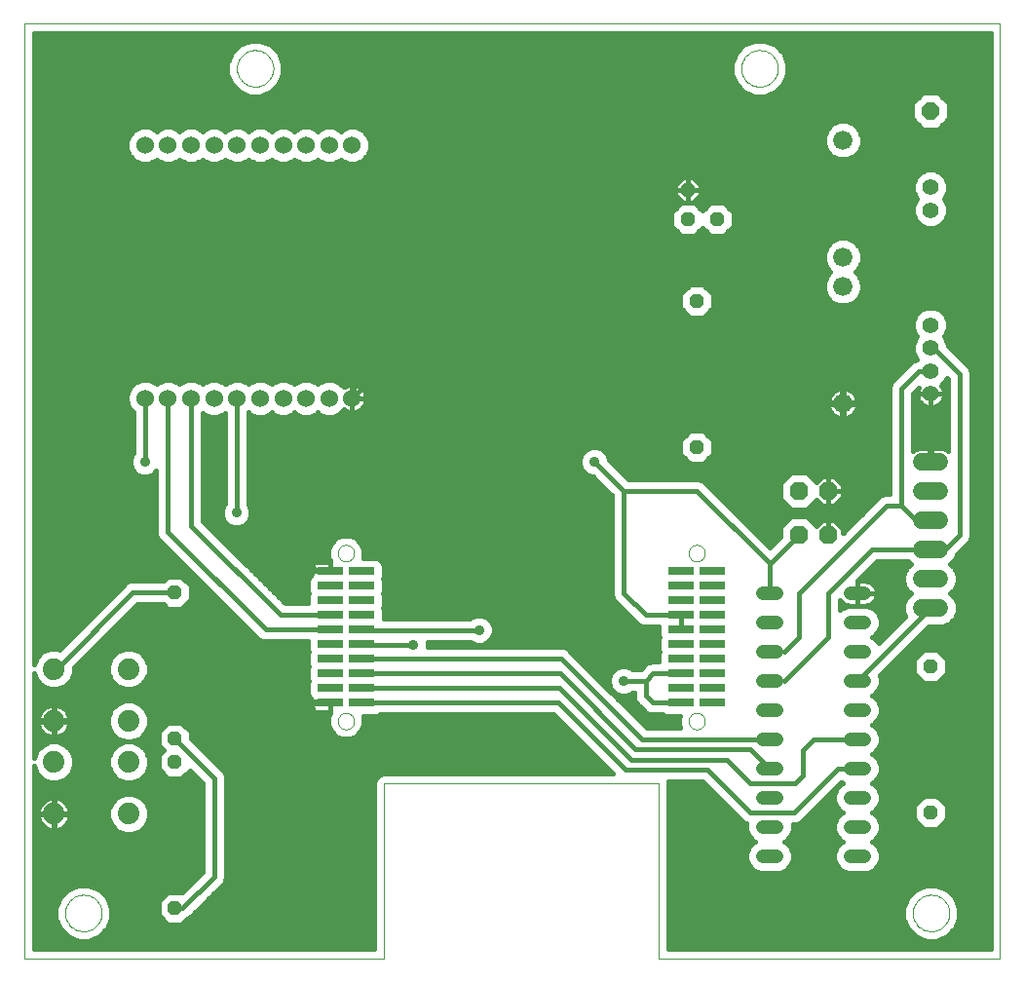
<source format=gbl>
G75*
%MOIN*%
%OFA0B0*%
%FSLAX24Y24*%
%IPPOS*%
%LPD*%
%AMOC8*
5,1,8,0,0,1.08239X$1,22.5*
%
%ADD10C,0.0000*%
%ADD11R,0.0875X0.0290*%
%ADD12C,0.0600*%
%ADD13C,0.0560*%
%ADD14C,0.0660*%
%ADD15OC8,0.0480*%
%ADD16OC8,0.0630*%
%ADD17C,0.0600*%
%ADD18OC8,0.0600*%
%ADD19C,0.0740*%
%ADD20C,0.0480*%
%ADD21C,0.0160*%
%ADD22C,0.0240*%
%ADD23C,0.0356*%
D10*
X000180Y000180D02*
X000180Y032176D01*
X033550Y032176D01*
X033550Y000180D01*
X021880Y000180D01*
X021880Y006180D01*
X012480Y006180D01*
X012480Y000180D01*
X000180Y000180D01*
X001575Y001740D02*
X001577Y001790D01*
X001583Y001839D01*
X001593Y001888D01*
X001606Y001935D01*
X001624Y001982D01*
X001645Y002027D01*
X001669Y002070D01*
X001697Y002111D01*
X001728Y002150D01*
X001762Y002186D01*
X001799Y002220D01*
X001839Y002250D01*
X001880Y002277D01*
X001924Y002301D01*
X001969Y002321D01*
X002016Y002337D01*
X002064Y002350D01*
X002113Y002359D01*
X002163Y002364D01*
X002212Y002365D01*
X002262Y002362D01*
X002311Y002355D01*
X002360Y002344D01*
X002407Y002330D01*
X002453Y002311D01*
X002498Y002289D01*
X002541Y002264D01*
X002581Y002235D01*
X002619Y002203D01*
X002655Y002169D01*
X002688Y002131D01*
X002717Y002091D01*
X002743Y002049D01*
X002766Y002005D01*
X002785Y001959D01*
X002801Y001912D01*
X002813Y001863D01*
X002821Y001814D01*
X002825Y001765D01*
X002825Y001715D01*
X002821Y001666D01*
X002813Y001617D01*
X002801Y001568D01*
X002785Y001521D01*
X002766Y001475D01*
X002743Y001431D01*
X002717Y001389D01*
X002688Y001349D01*
X002655Y001311D01*
X002619Y001277D01*
X002581Y001245D01*
X002541Y001216D01*
X002498Y001191D01*
X002453Y001169D01*
X002407Y001150D01*
X002360Y001136D01*
X002311Y001125D01*
X002262Y001118D01*
X002212Y001115D01*
X002163Y001116D01*
X002113Y001121D01*
X002064Y001130D01*
X002016Y001143D01*
X001969Y001159D01*
X001924Y001179D01*
X001880Y001203D01*
X001839Y001230D01*
X001799Y001260D01*
X001762Y001294D01*
X001728Y001330D01*
X001697Y001369D01*
X001669Y001410D01*
X001645Y001453D01*
X001624Y001498D01*
X001606Y001545D01*
X001593Y001592D01*
X001583Y001641D01*
X001577Y001690D01*
X001575Y001740D01*
X010900Y008305D02*
X010902Y008338D01*
X010908Y008371D01*
X010918Y008402D01*
X010931Y008433D01*
X010948Y008461D01*
X010968Y008488D01*
X010991Y008512D01*
X011017Y008532D01*
X011045Y008550D01*
X011075Y008564D01*
X011106Y008575D01*
X011139Y008582D01*
X011172Y008585D01*
X011205Y008584D01*
X011238Y008579D01*
X011270Y008570D01*
X011300Y008558D01*
X011329Y008542D01*
X011356Y008522D01*
X011381Y008500D01*
X011403Y008475D01*
X011421Y008447D01*
X011436Y008418D01*
X011448Y008387D01*
X011456Y008355D01*
X011460Y008322D01*
X011460Y008288D01*
X011456Y008255D01*
X011448Y008223D01*
X011436Y008192D01*
X011421Y008163D01*
X011403Y008135D01*
X011381Y008110D01*
X011356Y008088D01*
X011329Y008068D01*
X011300Y008052D01*
X011270Y008040D01*
X011238Y008031D01*
X011205Y008026D01*
X011172Y008025D01*
X011139Y008028D01*
X011106Y008035D01*
X011075Y008046D01*
X011045Y008060D01*
X011017Y008078D01*
X010991Y008098D01*
X010968Y008122D01*
X010948Y008149D01*
X010931Y008177D01*
X010918Y008208D01*
X010908Y008239D01*
X010902Y008272D01*
X010900Y008305D01*
X010900Y014055D02*
X010902Y014088D01*
X010908Y014121D01*
X010918Y014152D01*
X010931Y014183D01*
X010948Y014211D01*
X010968Y014238D01*
X010991Y014262D01*
X011017Y014282D01*
X011045Y014300D01*
X011075Y014314D01*
X011106Y014325D01*
X011139Y014332D01*
X011172Y014335D01*
X011205Y014334D01*
X011238Y014329D01*
X011270Y014320D01*
X011300Y014308D01*
X011329Y014292D01*
X011356Y014272D01*
X011381Y014250D01*
X011403Y014225D01*
X011421Y014197D01*
X011436Y014168D01*
X011448Y014137D01*
X011456Y014105D01*
X011460Y014072D01*
X011460Y014038D01*
X011456Y014005D01*
X011448Y013973D01*
X011436Y013942D01*
X011421Y013913D01*
X011403Y013885D01*
X011381Y013860D01*
X011356Y013838D01*
X011329Y013818D01*
X011300Y013802D01*
X011270Y013790D01*
X011238Y013781D01*
X011205Y013776D01*
X011172Y013775D01*
X011139Y013778D01*
X011106Y013785D01*
X011075Y013796D01*
X011045Y013810D01*
X011017Y013828D01*
X010991Y013848D01*
X010968Y013872D01*
X010948Y013899D01*
X010931Y013927D01*
X010918Y013958D01*
X010908Y013989D01*
X010902Y014022D01*
X010900Y014055D01*
X022900Y014055D02*
X022902Y014088D01*
X022908Y014121D01*
X022918Y014152D01*
X022931Y014183D01*
X022948Y014211D01*
X022968Y014238D01*
X022991Y014262D01*
X023017Y014282D01*
X023045Y014300D01*
X023075Y014314D01*
X023106Y014325D01*
X023139Y014332D01*
X023172Y014335D01*
X023205Y014334D01*
X023238Y014329D01*
X023270Y014320D01*
X023300Y014308D01*
X023329Y014292D01*
X023356Y014272D01*
X023381Y014250D01*
X023403Y014225D01*
X023421Y014197D01*
X023436Y014168D01*
X023448Y014137D01*
X023456Y014105D01*
X023460Y014072D01*
X023460Y014038D01*
X023456Y014005D01*
X023448Y013973D01*
X023436Y013942D01*
X023421Y013913D01*
X023403Y013885D01*
X023381Y013860D01*
X023356Y013838D01*
X023329Y013818D01*
X023300Y013802D01*
X023270Y013790D01*
X023238Y013781D01*
X023205Y013776D01*
X023172Y013775D01*
X023139Y013778D01*
X023106Y013785D01*
X023075Y013796D01*
X023045Y013810D01*
X023017Y013828D01*
X022991Y013848D01*
X022968Y013872D01*
X022948Y013899D01*
X022931Y013927D01*
X022918Y013958D01*
X022908Y013989D01*
X022902Y014022D01*
X022900Y014055D01*
X022900Y008305D02*
X022902Y008338D01*
X022908Y008371D01*
X022918Y008402D01*
X022931Y008433D01*
X022948Y008461D01*
X022968Y008488D01*
X022991Y008512D01*
X023017Y008532D01*
X023045Y008550D01*
X023075Y008564D01*
X023106Y008575D01*
X023139Y008582D01*
X023172Y008585D01*
X023205Y008584D01*
X023238Y008579D01*
X023270Y008570D01*
X023300Y008558D01*
X023329Y008542D01*
X023356Y008522D01*
X023381Y008500D01*
X023403Y008475D01*
X023421Y008447D01*
X023436Y008418D01*
X023448Y008387D01*
X023456Y008355D01*
X023460Y008322D01*
X023460Y008288D01*
X023456Y008255D01*
X023448Y008223D01*
X023436Y008192D01*
X023421Y008163D01*
X023403Y008135D01*
X023381Y008110D01*
X023356Y008088D01*
X023329Y008068D01*
X023300Y008052D01*
X023270Y008040D01*
X023238Y008031D01*
X023205Y008026D01*
X023172Y008025D01*
X023139Y008028D01*
X023106Y008035D01*
X023075Y008046D01*
X023045Y008060D01*
X023017Y008078D01*
X022991Y008098D01*
X022968Y008122D01*
X022948Y008149D01*
X022931Y008177D01*
X022918Y008208D01*
X022908Y008239D01*
X022902Y008272D01*
X022900Y008305D01*
X030575Y001740D02*
X030577Y001790D01*
X030583Y001839D01*
X030593Y001888D01*
X030606Y001935D01*
X030624Y001982D01*
X030645Y002027D01*
X030669Y002070D01*
X030697Y002111D01*
X030728Y002150D01*
X030762Y002186D01*
X030799Y002220D01*
X030839Y002250D01*
X030880Y002277D01*
X030924Y002301D01*
X030969Y002321D01*
X031016Y002337D01*
X031064Y002350D01*
X031113Y002359D01*
X031163Y002364D01*
X031212Y002365D01*
X031262Y002362D01*
X031311Y002355D01*
X031360Y002344D01*
X031407Y002330D01*
X031453Y002311D01*
X031498Y002289D01*
X031541Y002264D01*
X031581Y002235D01*
X031619Y002203D01*
X031655Y002169D01*
X031688Y002131D01*
X031717Y002091D01*
X031743Y002049D01*
X031766Y002005D01*
X031785Y001959D01*
X031801Y001912D01*
X031813Y001863D01*
X031821Y001814D01*
X031825Y001765D01*
X031825Y001715D01*
X031821Y001666D01*
X031813Y001617D01*
X031801Y001568D01*
X031785Y001521D01*
X031766Y001475D01*
X031743Y001431D01*
X031717Y001389D01*
X031688Y001349D01*
X031655Y001311D01*
X031619Y001277D01*
X031581Y001245D01*
X031541Y001216D01*
X031498Y001191D01*
X031453Y001169D01*
X031407Y001150D01*
X031360Y001136D01*
X031311Y001125D01*
X031262Y001118D01*
X031212Y001115D01*
X031163Y001116D01*
X031113Y001121D01*
X031064Y001130D01*
X031016Y001143D01*
X030969Y001159D01*
X030924Y001179D01*
X030880Y001203D01*
X030839Y001230D01*
X030799Y001260D01*
X030762Y001294D01*
X030728Y001330D01*
X030697Y001369D01*
X030669Y001410D01*
X030645Y001453D01*
X030624Y001498D01*
X030606Y001545D01*
X030593Y001592D01*
X030583Y001641D01*
X030577Y001690D01*
X030575Y001740D01*
X024705Y030640D02*
X024707Y030690D01*
X024713Y030739D01*
X024723Y030788D01*
X024736Y030835D01*
X024754Y030882D01*
X024775Y030927D01*
X024799Y030970D01*
X024827Y031011D01*
X024858Y031050D01*
X024892Y031086D01*
X024929Y031120D01*
X024969Y031150D01*
X025010Y031177D01*
X025054Y031201D01*
X025099Y031221D01*
X025146Y031237D01*
X025194Y031250D01*
X025243Y031259D01*
X025293Y031264D01*
X025342Y031265D01*
X025392Y031262D01*
X025441Y031255D01*
X025490Y031244D01*
X025537Y031230D01*
X025583Y031211D01*
X025628Y031189D01*
X025671Y031164D01*
X025711Y031135D01*
X025749Y031103D01*
X025785Y031069D01*
X025818Y031031D01*
X025847Y030991D01*
X025873Y030949D01*
X025896Y030905D01*
X025915Y030859D01*
X025931Y030812D01*
X025943Y030763D01*
X025951Y030714D01*
X025955Y030665D01*
X025955Y030615D01*
X025951Y030566D01*
X025943Y030517D01*
X025931Y030468D01*
X025915Y030421D01*
X025896Y030375D01*
X025873Y030331D01*
X025847Y030289D01*
X025818Y030249D01*
X025785Y030211D01*
X025749Y030177D01*
X025711Y030145D01*
X025671Y030116D01*
X025628Y030091D01*
X025583Y030069D01*
X025537Y030050D01*
X025490Y030036D01*
X025441Y030025D01*
X025392Y030018D01*
X025342Y030015D01*
X025293Y030016D01*
X025243Y030021D01*
X025194Y030030D01*
X025146Y030043D01*
X025099Y030059D01*
X025054Y030079D01*
X025010Y030103D01*
X024969Y030130D01*
X024929Y030160D01*
X024892Y030194D01*
X024858Y030230D01*
X024827Y030269D01*
X024799Y030310D01*
X024775Y030353D01*
X024754Y030398D01*
X024736Y030445D01*
X024723Y030492D01*
X024713Y030541D01*
X024707Y030590D01*
X024705Y030640D01*
X007447Y030640D02*
X007449Y030690D01*
X007455Y030739D01*
X007465Y030788D01*
X007478Y030835D01*
X007496Y030882D01*
X007517Y030927D01*
X007541Y030970D01*
X007569Y031011D01*
X007600Y031050D01*
X007634Y031086D01*
X007671Y031120D01*
X007711Y031150D01*
X007752Y031177D01*
X007796Y031201D01*
X007841Y031221D01*
X007888Y031237D01*
X007936Y031250D01*
X007985Y031259D01*
X008035Y031264D01*
X008084Y031265D01*
X008134Y031262D01*
X008183Y031255D01*
X008232Y031244D01*
X008279Y031230D01*
X008325Y031211D01*
X008370Y031189D01*
X008413Y031164D01*
X008453Y031135D01*
X008491Y031103D01*
X008527Y031069D01*
X008560Y031031D01*
X008589Y030991D01*
X008615Y030949D01*
X008638Y030905D01*
X008657Y030859D01*
X008673Y030812D01*
X008685Y030763D01*
X008693Y030714D01*
X008697Y030665D01*
X008697Y030615D01*
X008693Y030566D01*
X008685Y030517D01*
X008673Y030468D01*
X008657Y030421D01*
X008638Y030375D01*
X008615Y030331D01*
X008589Y030289D01*
X008560Y030249D01*
X008527Y030211D01*
X008491Y030177D01*
X008453Y030145D01*
X008413Y030116D01*
X008370Y030091D01*
X008325Y030069D01*
X008279Y030050D01*
X008232Y030036D01*
X008183Y030025D01*
X008134Y030018D01*
X008084Y030015D01*
X008035Y030016D01*
X007985Y030021D01*
X007936Y030030D01*
X007888Y030043D01*
X007841Y030059D01*
X007796Y030079D01*
X007752Y030103D01*
X007711Y030130D01*
X007671Y030160D01*
X007634Y030194D01*
X007600Y030230D01*
X007569Y030269D01*
X007541Y030310D01*
X007517Y030353D01*
X007496Y030398D01*
X007478Y030445D01*
X007465Y030492D01*
X007455Y030541D01*
X007449Y030590D01*
X007447Y030640D01*
D11*
X010643Y013430D03*
X010643Y012930D03*
X010643Y012430D03*
X010643Y011930D03*
X010643Y011430D03*
X010643Y010930D03*
X010643Y010430D03*
X010643Y009930D03*
X010643Y009430D03*
X010643Y008930D03*
X011718Y008930D03*
X011718Y009430D03*
X011718Y009930D03*
X011718Y010430D03*
X011718Y010930D03*
X011718Y011430D03*
X011718Y011930D03*
X011718Y012430D03*
X011718Y012930D03*
X011718Y013430D03*
X022643Y013430D03*
X022643Y012930D03*
X022643Y012430D03*
X022643Y011930D03*
X022643Y011430D03*
X022643Y010930D03*
X022643Y010430D03*
X022643Y009930D03*
X022643Y009430D03*
X022643Y008930D03*
X023718Y008930D03*
X023718Y009430D03*
X023718Y009930D03*
X023718Y010430D03*
X023718Y010930D03*
X023718Y011430D03*
X023718Y011930D03*
X023718Y012430D03*
X023718Y012930D03*
X023718Y013430D03*
D12*
X011393Y019349D03*
X010605Y019349D03*
X009818Y019349D03*
X009030Y019349D03*
X008243Y019349D03*
X007456Y019349D03*
X006668Y019349D03*
X005881Y019349D03*
X005093Y019349D03*
X004306Y019349D03*
X004306Y028011D03*
X005093Y028011D03*
X005881Y028011D03*
X006668Y028011D03*
X007456Y028011D03*
X008243Y028011D03*
X009030Y028011D03*
X009818Y028011D03*
X010605Y028011D03*
X011393Y028011D03*
D13*
X031180Y026574D03*
X031180Y025786D03*
X031180Y021861D03*
X031180Y021074D03*
X031180Y020286D03*
X031180Y019499D03*
D14*
X028180Y019180D03*
X028180Y023180D03*
X028180Y024180D03*
X028180Y028180D03*
D15*
X023880Y025480D03*
X022880Y025480D03*
X022880Y026480D03*
X023180Y022680D03*
X023180Y017680D03*
X031180Y010180D03*
X031180Y005180D03*
X005324Y006902D03*
X005327Y007702D03*
X005327Y012702D03*
X005324Y001902D03*
D16*
X026680Y014680D03*
X027680Y014680D03*
X027680Y016180D03*
X026680Y016180D03*
D17*
X030880Y016180D02*
X031480Y016180D01*
X031480Y017180D02*
X030880Y017180D01*
X030880Y015180D02*
X031480Y015180D01*
X031480Y014180D02*
X030880Y014180D01*
X030880Y013180D02*
X031480Y013180D01*
X031480Y012180D02*
X030880Y012180D01*
D18*
X031180Y029180D03*
D19*
X003743Y010090D03*
X003743Y008310D03*
X003747Y006910D03*
X003747Y005130D03*
X001187Y005130D03*
X001187Y006910D03*
X001183Y008310D03*
X001183Y010090D03*
D20*
X025440Y009682D02*
X025920Y009682D01*
X025920Y008682D02*
X025440Y008682D01*
X025440Y007682D02*
X025920Y007682D01*
X025920Y006682D02*
X025440Y006682D01*
X025440Y005682D02*
X025920Y005682D01*
X025920Y004682D02*
X025440Y004682D01*
X025440Y003682D02*
X025920Y003682D01*
X028440Y003682D02*
X028920Y003682D01*
X028920Y004682D02*
X028440Y004682D01*
X028440Y005682D02*
X028920Y005682D01*
X028920Y006682D02*
X028440Y006682D01*
X028440Y007682D02*
X028920Y007682D01*
X028920Y008682D02*
X028440Y008682D01*
X028440Y009682D02*
X028920Y009682D01*
X028920Y010682D02*
X028440Y010682D01*
X028440Y011682D02*
X028920Y011682D01*
X028920Y012682D02*
X028440Y012682D01*
X025920Y012682D02*
X025440Y012682D01*
X025440Y011682D02*
X025920Y011682D01*
X025920Y010682D02*
X025440Y010682D01*
D21*
X026182Y010682D02*
X026680Y011180D01*
X026680Y012680D01*
X029680Y015680D01*
X030180Y015680D01*
X030680Y015180D01*
X031180Y015180D01*
X031180Y014180D02*
X029180Y014180D01*
X027680Y012680D01*
X027680Y011180D01*
X026182Y009682D01*
X025680Y007682D02*
X021303Y007682D01*
X018555Y010430D01*
X011718Y010430D01*
X011719Y010929D02*
X011718Y010930D01*
X011719Y010929D02*
X013491Y010929D01*
X013989Y010958D02*
X015559Y010958D01*
X015632Y010928D02*
X015449Y011004D01*
X015427Y011026D01*
X013989Y011026D01*
X013989Y010830D01*
X018635Y010830D01*
X018782Y010769D01*
X018894Y010657D01*
X021469Y008082D01*
X022623Y008082D01*
X022580Y008186D01*
X022580Y008424D01*
X022597Y008465D01*
X022141Y008465D01*
X022024Y008514D01*
X022007Y008530D01*
X021600Y008530D01*
X021453Y008591D01*
X021341Y008703D01*
X021091Y008953D01*
X021030Y009100D01*
X021030Y009280D01*
X020984Y009280D01*
X020962Y009258D01*
X020779Y009182D01*
X020581Y009182D01*
X020398Y009258D01*
X020258Y009398D01*
X020182Y009581D01*
X020182Y009779D01*
X020258Y009962D01*
X020398Y010102D01*
X020581Y010178D01*
X020779Y010178D01*
X020962Y010102D01*
X020984Y010080D01*
X021264Y010080D01*
X021453Y010269D01*
X021600Y010330D01*
X021885Y010330D01*
X021885Y010639D01*
X021902Y010680D01*
X021885Y010721D01*
X021885Y011139D01*
X021902Y011180D01*
X021885Y011221D01*
X021885Y011530D01*
X021350Y011530D01*
X021203Y011591D01*
X020453Y012341D01*
X020453Y012341D01*
X020341Y012453D01*
X020280Y012600D01*
X020280Y016014D01*
X019612Y016682D01*
X019581Y016682D01*
X019398Y016758D01*
X019258Y016898D01*
X019182Y017081D01*
X019182Y017279D01*
X019258Y017462D01*
X019398Y017602D01*
X019581Y017678D01*
X019779Y017678D01*
X019962Y017602D01*
X020102Y017462D01*
X020178Y017279D01*
X020178Y017248D01*
X020846Y016580D01*
X023260Y016580D01*
X023407Y016519D01*
X023519Y016407D01*
X025680Y014246D01*
X026045Y014611D01*
X026045Y014943D01*
X026417Y015315D01*
X026943Y015315D01*
X027279Y014979D01*
X027475Y015175D01*
X027680Y015175D01*
X027680Y014680D01*
X027680Y014680D01*
X027680Y015175D01*
X027885Y015175D01*
X028175Y014885D01*
X028175Y014741D01*
X029341Y015907D01*
X029453Y016019D01*
X029600Y016080D01*
X029780Y016080D01*
X029780Y019760D01*
X029841Y019907D01*
X029953Y020019D01*
X030560Y020625D01*
X030707Y020686D01*
X030719Y020686D01*
X030671Y020734D01*
X030580Y020954D01*
X030580Y021193D01*
X030671Y021414D01*
X030725Y021467D01*
X030671Y021521D01*
X030580Y021742D01*
X030580Y021980D01*
X030671Y022201D01*
X030840Y022370D01*
X031061Y022461D01*
X031299Y022461D01*
X031520Y022370D01*
X031689Y022201D01*
X031780Y021980D01*
X031780Y021742D01*
X031689Y021521D01*
X031635Y021467D01*
X031689Y021414D01*
X031780Y021193D01*
X031780Y021146D01*
X032407Y020519D01*
X032519Y020407D01*
X032580Y020260D01*
X032580Y014600D01*
X032519Y014453D01*
X032084Y014019D01*
X032006Y013829D01*
X031857Y013680D01*
X032006Y013531D01*
X032100Y013303D01*
X032100Y013057D01*
X032006Y012829D01*
X031857Y012680D01*
X032006Y012531D01*
X032100Y012303D01*
X032100Y012057D01*
X032006Y011829D01*
X031831Y011654D01*
X031603Y011560D01*
X031126Y011560D01*
X029445Y009879D01*
X029480Y009793D01*
X029480Y009571D01*
X029395Y009365D01*
X029237Y009207D01*
X029176Y009182D01*
X029237Y009157D01*
X029395Y008999D01*
X029480Y008793D01*
X029480Y008571D01*
X029395Y008365D01*
X029237Y008207D01*
X029176Y008182D01*
X029237Y008157D01*
X029395Y007999D01*
X029480Y007793D01*
X029480Y007571D01*
X029395Y007365D01*
X029237Y007207D01*
X029176Y007182D01*
X029237Y007157D01*
X029395Y006999D01*
X029480Y006793D01*
X029480Y006571D01*
X029395Y006365D01*
X029237Y006207D01*
X029176Y006182D01*
X029237Y006157D01*
X029395Y005999D01*
X029480Y005793D01*
X029480Y005571D01*
X029395Y005365D01*
X029237Y005207D01*
X029176Y005182D01*
X029237Y005157D01*
X029395Y004999D01*
X029480Y004793D01*
X029480Y004571D01*
X029395Y004365D01*
X029237Y004207D01*
X029176Y004182D01*
X029237Y004157D01*
X029395Y003999D01*
X029480Y003793D01*
X029480Y003571D01*
X029395Y003365D01*
X029237Y003207D01*
X029031Y003122D01*
X028329Y003122D01*
X028123Y003207D01*
X027965Y003365D01*
X027880Y003571D01*
X027880Y003793D01*
X027965Y003999D01*
X028123Y004157D01*
X028184Y004182D01*
X028123Y004207D01*
X027965Y004365D01*
X027880Y004571D01*
X027880Y004793D01*
X027965Y004999D01*
X028123Y005157D01*
X028184Y005182D01*
X028123Y005207D01*
X027965Y005365D01*
X027880Y005571D01*
X027880Y005793D01*
X027965Y005999D01*
X028123Y006157D01*
X028184Y006182D01*
X028123Y006207D01*
X028121Y006209D01*
X026753Y004841D01*
X026606Y004780D01*
X026480Y004780D01*
X026480Y004571D01*
X026395Y004365D01*
X026237Y004207D01*
X026176Y004182D01*
X026237Y004157D01*
X026395Y003999D01*
X026480Y003793D01*
X026480Y003571D01*
X026395Y003365D01*
X026237Y003207D01*
X026031Y003122D01*
X025329Y003122D01*
X025123Y003207D01*
X024965Y003365D01*
X024880Y003571D01*
X024880Y003793D01*
X024965Y003999D01*
X025123Y004157D01*
X025184Y004182D01*
X025123Y004207D01*
X024965Y004365D01*
X024880Y004571D01*
X024880Y004793D01*
X024883Y004800D01*
X024784Y004841D01*
X024672Y004953D01*
X023388Y006237D01*
X022200Y006237D01*
X022200Y000500D01*
X033230Y000500D01*
X033230Y031856D01*
X000500Y031856D01*
X000500Y010246D01*
X000598Y010481D01*
X000792Y010675D01*
X001045Y010780D01*
X001320Y010780D01*
X001368Y010761D01*
X003536Y012929D01*
X003648Y013041D01*
X003795Y013102D01*
X004935Y013102D01*
X005095Y013262D01*
X005559Y013262D01*
X005887Y012934D01*
X005887Y012470D01*
X005559Y012142D01*
X005095Y012142D01*
X004935Y012302D01*
X004041Y012302D01*
X001873Y010134D01*
X001873Y009953D01*
X001768Y009700D01*
X001573Y009506D01*
X001320Y009400D01*
X001045Y009400D01*
X000792Y009506D01*
X000598Y009700D01*
X000500Y009935D01*
X000500Y007054D01*
X000603Y007301D01*
X000797Y007495D01*
X001050Y007600D01*
X001325Y007600D01*
X001578Y007495D01*
X001772Y007301D01*
X001877Y007048D01*
X001877Y006773D01*
X001772Y006520D01*
X001578Y006326D01*
X001325Y006220D01*
X001050Y006220D01*
X000797Y006326D01*
X000603Y006520D01*
X000500Y006767D01*
X000500Y000500D01*
X012160Y000500D01*
X012160Y006244D01*
X012209Y006361D01*
X012299Y006451D01*
X012416Y006500D01*
X020310Y006500D01*
X018280Y008530D01*
X012353Y008530D01*
X012336Y008514D01*
X012219Y008465D01*
X011763Y008465D01*
X011780Y008424D01*
X011780Y008186D01*
X011689Y007965D01*
X011520Y007796D01*
X011299Y007705D01*
X011061Y007705D01*
X010840Y007796D01*
X010671Y007965D01*
X010580Y008186D01*
X010580Y008424D01*
X010655Y008605D01*
X010643Y008605D01*
X010643Y008930D01*
X010643Y008930D01*
X010643Y008605D01*
X010181Y008605D01*
X010136Y008617D01*
X010095Y008641D01*
X010061Y008674D01*
X010037Y008716D01*
X010025Y008761D01*
X010025Y008930D01*
X010643Y008930D01*
X010643Y008930D01*
X010025Y008930D01*
X010025Y009013D01*
X010024Y009014D01*
X009934Y009104D01*
X009885Y009221D01*
X009885Y009639D01*
X009902Y009680D01*
X009885Y009721D01*
X009885Y010139D01*
X009902Y010180D01*
X009885Y010221D01*
X009885Y010639D01*
X009902Y010680D01*
X009885Y010721D01*
X009885Y011030D01*
X008350Y011030D01*
X008203Y011091D01*
X008091Y011203D01*
X004754Y014540D01*
X004693Y014687D01*
X004693Y016864D01*
X004587Y016758D01*
X004404Y016682D01*
X004206Y016682D01*
X004023Y016758D01*
X003883Y016898D01*
X003807Y017081D01*
X003807Y017279D01*
X003883Y017462D01*
X003905Y017484D01*
X003905Y018873D01*
X003780Y018998D01*
X003686Y019226D01*
X003686Y019473D01*
X003780Y019700D01*
X003955Y019875D01*
X004183Y019969D01*
X004429Y019969D01*
X004657Y019875D01*
X004700Y019832D01*
X004742Y019875D01*
X004970Y019969D01*
X005217Y019969D01*
X005445Y019875D01*
X005487Y019832D01*
X005530Y019875D01*
X005757Y019969D01*
X006004Y019969D01*
X006232Y019875D01*
X006274Y019832D01*
X006317Y019875D01*
X006545Y019969D01*
X006792Y019969D01*
X007019Y019875D01*
X007062Y019832D01*
X007104Y019875D01*
X007332Y019969D01*
X007579Y019969D01*
X007807Y019875D01*
X007849Y019832D01*
X007892Y019875D01*
X008120Y019969D01*
X008366Y019969D01*
X008594Y019875D01*
X008637Y019832D01*
X008679Y019875D01*
X008907Y019969D01*
X009154Y019969D01*
X009382Y019875D01*
X009424Y019832D01*
X009467Y019875D01*
X009694Y019969D01*
X009941Y019969D01*
X010169Y019875D01*
X010211Y019832D01*
X010254Y019875D01*
X010482Y019969D01*
X010729Y019969D01*
X010956Y019875D01*
X011101Y019731D01*
X011141Y019760D01*
X011208Y019794D01*
X011280Y019817D01*
X011355Y019829D01*
X011393Y019829D01*
X011393Y019349D01*
X011393Y019349D01*
X011873Y019349D01*
X011873Y019312D01*
X011861Y019237D01*
X011837Y019165D01*
X011803Y019098D01*
X011759Y019037D01*
X011705Y018983D01*
X011644Y018939D01*
X011577Y018904D01*
X011505Y018881D01*
X011430Y018869D01*
X011393Y018869D01*
X011393Y019349D01*
X011393Y019349D01*
X011873Y019349D01*
X011873Y019387D01*
X011861Y019462D01*
X011837Y019534D01*
X011803Y019601D01*
X011759Y019662D01*
X011705Y019715D01*
X011644Y019760D01*
X011577Y019794D01*
X011505Y019817D01*
X011430Y019829D01*
X011393Y019829D01*
X011393Y019349D01*
X011393Y018869D01*
X011355Y018869D01*
X011280Y018881D01*
X011208Y018904D01*
X011141Y018939D01*
X011101Y018968D01*
X010956Y018824D01*
X010729Y018729D01*
X010482Y018729D01*
X010254Y018824D01*
X010211Y018866D01*
X010169Y018824D01*
X009941Y018729D01*
X009694Y018729D01*
X009467Y018824D01*
X009424Y018866D01*
X009382Y018824D01*
X009154Y018729D01*
X008907Y018729D01*
X008679Y018824D01*
X008637Y018866D01*
X008594Y018824D01*
X008366Y018729D01*
X008120Y018729D01*
X007892Y018824D01*
X007849Y018866D01*
X007830Y018847D01*
X007830Y015734D01*
X007852Y015712D01*
X007928Y015529D01*
X007928Y015331D01*
X007852Y015148D01*
X007712Y015008D01*
X007529Y014932D01*
X007331Y014932D01*
X007148Y015008D01*
X007008Y015148D01*
X006932Y015331D01*
X006932Y015529D01*
X007008Y015712D01*
X007030Y015734D01*
X007030Y018834D01*
X007019Y018824D01*
X006792Y018729D01*
X006545Y018729D01*
X006317Y018824D01*
X006281Y018860D01*
X006281Y015145D01*
X009096Y012330D01*
X009885Y012330D01*
X009885Y012639D01*
X009902Y012680D01*
X009885Y012721D01*
X009885Y013139D01*
X009934Y013256D01*
X010024Y013346D01*
X010025Y013347D01*
X010025Y013430D01*
X010643Y013430D01*
X010643Y013430D01*
X010643Y013755D01*
X010655Y013755D01*
X010580Y013936D01*
X010580Y014174D01*
X010671Y014395D01*
X010840Y014564D01*
X011061Y014655D01*
X011299Y014655D01*
X011520Y014564D01*
X011689Y014395D01*
X011780Y014174D01*
X011780Y013936D01*
X011763Y013895D01*
X012219Y013895D01*
X012336Y013846D01*
X012426Y013756D01*
X012475Y013639D01*
X012475Y013221D01*
X012458Y013180D01*
X012475Y013139D01*
X012475Y012721D01*
X012458Y012680D01*
X012475Y012639D01*
X012475Y012221D01*
X012458Y012180D01*
X012475Y012139D01*
X012475Y011826D01*
X015427Y011826D01*
X015449Y011848D01*
X015632Y011924D01*
X015830Y011924D01*
X016013Y011848D01*
X016153Y011708D01*
X016229Y011525D01*
X016229Y011327D01*
X016153Y011144D01*
X016013Y011004D01*
X015830Y010928D01*
X015632Y010928D01*
X015903Y010958D02*
X021885Y010958D01*
X021885Y010800D02*
X018708Y010800D01*
X018910Y010641D02*
X021886Y010641D01*
X021885Y010483D02*
X019068Y010483D01*
X019227Y010324D02*
X021586Y010324D01*
X021350Y010166D02*
X020809Y010166D01*
X020551Y010166D02*
X019385Y010166D01*
X019544Y010007D02*
X020303Y010007D01*
X020211Y009849D02*
X019702Y009849D01*
X019861Y009690D02*
X020182Y009690D01*
X020202Y009532D02*
X020019Y009532D01*
X020178Y009373D02*
X020283Y009373D01*
X020336Y009215D02*
X020502Y009215D01*
X020495Y009056D02*
X021048Y009056D01*
X021030Y009215D02*
X020858Y009215D01*
X020653Y008898D02*
X021147Y008898D01*
X021305Y008739D02*
X020812Y008739D01*
X020970Y008581D02*
X021478Y008581D01*
X021287Y008264D02*
X022580Y008264D01*
X022580Y008422D02*
X021129Y008422D01*
X021446Y008105D02*
X022613Y008105D01*
X022643Y008930D02*
X021680Y008930D01*
X021430Y009180D01*
X021430Y009680D01*
X020680Y009680D01*
X021430Y009680D02*
X021680Y009930D01*
X022643Y009930D01*
X021885Y011117D02*
X016126Y011117D01*
X016208Y011275D02*
X021885Y011275D01*
X021885Y011434D02*
X016229Y011434D01*
X016201Y011592D02*
X021202Y011592D01*
X021044Y011751D02*
X016111Y011751D01*
X015867Y011909D02*
X020885Y011909D01*
X020727Y012068D02*
X012475Y012068D01*
X012475Y012226D02*
X020568Y012226D01*
X020410Y012385D02*
X012475Y012385D01*
X012475Y012543D02*
X020304Y012543D01*
X020280Y012702D02*
X012467Y012702D01*
X012475Y012860D02*
X020280Y012860D01*
X020280Y013019D02*
X012475Y013019D01*
X012459Y013177D02*
X020280Y013177D01*
X020280Y013336D02*
X012475Y013336D01*
X012475Y013494D02*
X020280Y013494D01*
X020280Y013653D02*
X012469Y013653D01*
X012372Y013811D02*
X020280Y013811D01*
X020280Y013970D02*
X011780Y013970D01*
X011780Y014128D02*
X020280Y014128D01*
X020280Y014287D02*
X011734Y014287D01*
X011639Y014445D02*
X020280Y014445D01*
X020280Y014604D02*
X011424Y014604D01*
X010936Y014604D02*
X006822Y014604D01*
X006664Y014762D02*
X020280Y014762D01*
X020280Y014921D02*
X006505Y014921D01*
X006347Y015079D02*
X007077Y015079D01*
X006971Y015238D02*
X006281Y015238D01*
X006281Y015396D02*
X006932Y015396D01*
X006942Y015555D02*
X006281Y015555D01*
X006281Y015713D02*
X007009Y015713D01*
X007030Y015872D02*
X006281Y015872D01*
X006281Y016030D02*
X007030Y016030D01*
X007030Y016189D02*
X006281Y016189D01*
X006281Y016347D02*
X007030Y016347D01*
X007030Y016506D02*
X006281Y016506D01*
X006281Y016664D02*
X007030Y016664D01*
X007030Y016823D02*
X006281Y016823D01*
X006281Y016981D02*
X007030Y016981D01*
X007030Y017140D02*
X006281Y017140D01*
X006281Y017298D02*
X007030Y017298D01*
X007030Y017457D02*
X006281Y017457D01*
X006281Y017615D02*
X007030Y017615D01*
X007030Y017774D02*
X006281Y017774D01*
X006281Y017932D02*
X007030Y017932D01*
X007030Y018091D02*
X006281Y018091D01*
X006281Y018249D02*
X007030Y018249D01*
X007030Y018408D02*
X006281Y018408D01*
X006281Y018566D02*
X007030Y018566D01*
X007030Y018725D02*
X006281Y018725D01*
X005881Y019349D02*
X005881Y014979D01*
X008930Y011930D01*
X010643Y011930D01*
X010643Y011430D02*
X008430Y011430D01*
X005093Y014767D01*
X005093Y019349D01*
X004701Y019834D02*
X004698Y019834D01*
X004306Y019349D02*
X004305Y019348D01*
X004305Y017180D01*
X003848Y016981D02*
X000500Y016981D01*
X000500Y016823D02*
X003958Y016823D01*
X003807Y017140D02*
X000500Y017140D01*
X000500Y017298D02*
X003815Y017298D01*
X003880Y017457D02*
X000500Y017457D01*
X000500Y017615D02*
X003905Y017615D01*
X003905Y017774D02*
X000500Y017774D01*
X000500Y017932D02*
X003905Y017932D01*
X003905Y018091D02*
X000500Y018091D01*
X000500Y018249D02*
X003905Y018249D01*
X003905Y018408D02*
X000500Y018408D01*
X000500Y018566D02*
X003905Y018566D01*
X003905Y018725D02*
X000500Y018725D01*
X000500Y018883D02*
X003895Y018883D01*
X003762Y019042D02*
X000500Y019042D01*
X000500Y019200D02*
X003697Y019200D01*
X003686Y019359D02*
X000500Y019359D01*
X000500Y019517D02*
X003704Y019517D01*
X003770Y019676D02*
X000500Y019676D01*
X000500Y019834D02*
X003914Y019834D01*
X002930Y020680D02*
X003680Y021430D01*
X010180Y021430D01*
X011430Y020180D01*
X011430Y019387D01*
X011393Y019349D01*
X011393Y016326D01*
X009637Y014570D01*
X009637Y013960D01*
X010166Y013430D01*
X010643Y013430D01*
X010643Y013755D01*
X010181Y013755D01*
X010136Y013743D01*
X010095Y013719D01*
X010061Y013686D01*
X010037Y013644D01*
X010025Y013599D01*
X010025Y013430D01*
X010643Y013430D01*
X010643Y013430D01*
X010643Y013494D02*
X010643Y013494D01*
X010643Y013653D02*
X010643Y013653D01*
X010632Y013811D02*
X007615Y013811D01*
X007773Y013653D02*
X010042Y013653D01*
X010025Y013494D02*
X007932Y013494D01*
X008090Y013336D02*
X010013Y013336D01*
X009901Y013177D02*
X008249Y013177D01*
X008407Y013019D02*
X009885Y013019D01*
X009885Y012860D02*
X008566Y012860D01*
X008724Y012702D02*
X009893Y012702D01*
X009885Y012543D02*
X008883Y012543D01*
X009041Y012385D02*
X009885Y012385D01*
X009885Y010958D02*
X002697Y010958D01*
X002855Y011117D02*
X008178Y011117D01*
X008019Y011275D02*
X003014Y011275D01*
X003172Y011434D02*
X007861Y011434D01*
X007702Y011592D02*
X003331Y011592D01*
X003489Y011751D02*
X007544Y011751D01*
X007385Y011909D02*
X003648Y011909D01*
X003806Y012068D02*
X007227Y012068D01*
X007068Y012226D02*
X005643Y012226D01*
X005802Y012385D02*
X006910Y012385D01*
X006751Y012543D02*
X005887Y012543D01*
X005887Y012702D02*
X006593Y012702D01*
X006434Y012860D02*
X005887Y012860D01*
X005802Y013019D02*
X006276Y013019D01*
X006117Y013177D02*
X005644Y013177D01*
X005959Y013336D02*
X000500Y013336D01*
X000500Y013494D02*
X005800Y013494D01*
X005642Y013653D02*
X000500Y013653D01*
X000500Y013811D02*
X005483Y013811D01*
X005325Y013970D02*
X000500Y013970D01*
X000500Y014128D02*
X005166Y014128D01*
X005008Y014287D02*
X000500Y014287D01*
X000500Y014445D02*
X004849Y014445D01*
X004728Y014604D02*
X000500Y014604D01*
X000500Y014762D02*
X004693Y014762D01*
X004693Y014921D02*
X000500Y014921D01*
X000500Y015079D02*
X004693Y015079D01*
X004693Y015238D02*
X000500Y015238D01*
X000500Y015396D02*
X004693Y015396D01*
X004693Y015555D02*
X000500Y015555D01*
X000500Y015713D02*
X004693Y015713D01*
X004693Y015872D02*
X000500Y015872D01*
X000500Y016030D02*
X004693Y016030D01*
X004693Y016189D02*
X000500Y016189D01*
X000500Y016347D02*
X004693Y016347D01*
X004693Y016506D02*
X000500Y016506D01*
X000500Y016664D02*
X004693Y016664D01*
X004693Y016823D02*
X004652Y016823D01*
X002930Y014430D02*
X002930Y020680D01*
X000500Y020627D02*
X030562Y020627D01*
X030650Y020785D02*
X000500Y020785D01*
X000500Y020944D02*
X030584Y020944D01*
X030580Y021102D02*
X000500Y021102D01*
X000500Y021261D02*
X030608Y021261D01*
X030677Y021419D02*
X000500Y021419D01*
X000500Y021578D02*
X030648Y021578D01*
X030582Y021736D02*
X000500Y021736D01*
X000500Y021895D02*
X030580Y021895D01*
X030610Y022053D02*
X000500Y022053D01*
X000500Y022212D02*
X022857Y022212D01*
X022948Y022120D02*
X023412Y022120D01*
X023740Y022448D01*
X023740Y022912D01*
X023412Y023240D01*
X022948Y023240D01*
X022620Y022912D01*
X022620Y022448D01*
X022948Y022120D01*
X022698Y022370D02*
X000500Y022370D01*
X000500Y022529D02*
X022620Y022529D01*
X022620Y022687D02*
X000500Y022687D01*
X000500Y022846D02*
X022620Y022846D01*
X022712Y023004D02*
X000500Y023004D01*
X000500Y023163D02*
X022871Y023163D01*
X023489Y023163D02*
X027530Y023163D01*
X027530Y023051D02*
X027629Y022812D01*
X027812Y022629D01*
X028051Y022530D01*
X028309Y022530D01*
X028548Y022629D01*
X028731Y022812D01*
X028830Y023051D01*
X028830Y023309D01*
X028731Y023548D01*
X028599Y023680D01*
X028731Y023812D01*
X028830Y024051D01*
X028830Y024309D01*
X028731Y024548D01*
X028548Y024731D01*
X028309Y024830D01*
X028051Y024830D01*
X027812Y024731D01*
X027629Y024548D01*
X027530Y024309D01*
X027530Y024051D01*
X027629Y023812D01*
X027761Y023680D01*
X027629Y023548D01*
X027530Y023309D01*
X027530Y023051D01*
X027549Y023004D02*
X023648Y023004D01*
X023740Y022846D02*
X027615Y022846D01*
X027754Y022687D02*
X023740Y022687D01*
X023740Y022529D02*
X033230Y022529D01*
X033230Y022687D02*
X028606Y022687D01*
X028745Y022846D02*
X033230Y022846D01*
X033230Y023004D02*
X028811Y023004D01*
X028830Y023163D02*
X033230Y023163D01*
X033230Y023321D02*
X028825Y023321D01*
X028759Y023480D02*
X033230Y023480D01*
X033230Y023638D02*
X028641Y023638D01*
X028716Y023797D02*
X033230Y023797D01*
X033230Y023955D02*
X028790Y023955D01*
X028830Y024114D02*
X033230Y024114D01*
X033230Y024272D02*
X028830Y024272D01*
X028780Y024431D02*
X033230Y024431D01*
X033230Y024589D02*
X028690Y024589D01*
X028508Y024748D02*
X033230Y024748D01*
X033230Y024906D02*
X000500Y024906D01*
X000500Y024748D02*
X027852Y024748D01*
X027670Y024589D02*
X000500Y024589D01*
X000500Y024431D02*
X027580Y024431D01*
X027530Y024272D02*
X000500Y024272D01*
X000500Y024114D02*
X027530Y024114D01*
X027570Y023955D02*
X000500Y023955D01*
X000500Y023797D02*
X027644Y023797D01*
X027719Y023638D02*
X000500Y023638D01*
X000500Y023480D02*
X027601Y023480D01*
X027535Y023321D02*
X000500Y023321D01*
X000500Y025065D02*
X022504Y025065D01*
X022648Y024920D02*
X023112Y024920D01*
X023380Y025188D01*
X023648Y024920D01*
X024112Y024920D01*
X024440Y025248D01*
X024440Y025712D01*
X024112Y026040D01*
X023648Y026040D01*
X023380Y025772D01*
X023112Y026040D01*
X022648Y026040D01*
X022320Y025712D01*
X022320Y025248D01*
X022648Y024920D01*
X022345Y025223D02*
X000500Y025223D01*
X000500Y025382D02*
X022320Y025382D01*
X022320Y025540D02*
X000500Y025540D01*
X000500Y025699D02*
X022320Y025699D01*
X022465Y025857D02*
X000500Y025857D01*
X000500Y026016D02*
X022624Y026016D01*
X022706Y026060D02*
X022460Y026306D01*
X022460Y026480D01*
X022880Y026480D01*
X022880Y026480D01*
X022880Y026900D01*
X023054Y026900D01*
X023300Y026654D01*
X023300Y026480D01*
X022880Y026480D01*
X022880Y026480D01*
X022880Y026480D01*
X022880Y026900D01*
X022706Y026900D01*
X022460Y026654D01*
X022460Y026480D01*
X022880Y026480D01*
X023300Y026480D01*
X023300Y026306D01*
X023054Y026060D01*
X022880Y026060D01*
X022880Y026480D01*
X022880Y026480D01*
X022880Y026060D01*
X022706Y026060D01*
X022592Y026174D02*
X000500Y026174D01*
X000500Y026333D02*
X022460Y026333D01*
X022460Y026491D02*
X000500Y026491D01*
X000500Y026650D02*
X022460Y026650D01*
X022614Y026808D02*
X000500Y026808D01*
X000500Y026967D02*
X030724Y026967D01*
X030671Y026914D02*
X030580Y026693D01*
X030580Y026454D01*
X030671Y026234D01*
X030725Y026180D01*
X030671Y026126D01*
X030580Y025906D01*
X030580Y025667D01*
X030671Y025446D01*
X030840Y025278D01*
X031061Y025186D01*
X031299Y025186D01*
X031520Y025278D01*
X031689Y025446D01*
X031780Y025667D01*
X031780Y025906D01*
X031689Y026126D01*
X031635Y026180D01*
X031689Y026234D01*
X031780Y026454D01*
X031780Y026693D01*
X031689Y026914D01*
X031520Y027082D01*
X031299Y027174D01*
X031061Y027174D01*
X030840Y027082D01*
X030671Y026914D01*
X030628Y026808D02*
X023146Y026808D01*
X023300Y026650D02*
X030580Y026650D01*
X030580Y026491D02*
X023300Y026491D01*
X023300Y026333D02*
X030630Y026333D01*
X030719Y026174D02*
X023168Y026174D01*
X023136Y026016D02*
X023624Y026016D01*
X023465Y025857D02*
X023295Y025857D01*
X022880Y026174D02*
X022880Y026174D01*
X022880Y026333D02*
X022880Y026333D01*
X022880Y026491D02*
X022880Y026491D01*
X022880Y026650D02*
X022880Y026650D01*
X022880Y026808D02*
X022880Y026808D01*
X024136Y026016D02*
X030626Y026016D01*
X030580Y025857D02*
X024295Y025857D01*
X024440Y025699D02*
X030580Y025699D01*
X030633Y025540D02*
X024440Y025540D01*
X024440Y025382D02*
X030736Y025382D01*
X030972Y025223D02*
X024415Y025223D01*
X024256Y025065D02*
X033230Y025065D01*
X033230Y025223D02*
X031388Y025223D01*
X031624Y025382D02*
X033230Y025382D01*
X033230Y025540D02*
X031727Y025540D01*
X031780Y025699D02*
X033230Y025699D01*
X033230Y025857D02*
X031780Y025857D01*
X031734Y026016D02*
X033230Y026016D01*
X033230Y026174D02*
X031641Y026174D01*
X031730Y026333D02*
X033230Y026333D01*
X033230Y026491D02*
X031780Y026491D01*
X031780Y026650D02*
X033230Y026650D01*
X033230Y026808D02*
X031732Y026808D01*
X031636Y026967D02*
X033230Y026967D01*
X033230Y027125D02*
X031417Y027125D01*
X030943Y027125D02*
X000500Y027125D01*
X000500Y027284D02*
X033230Y027284D01*
X033230Y027442D02*
X011640Y027442D01*
X011744Y027485D02*
X011918Y027660D01*
X012013Y027887D01*
X012013Y028134D01*
X011918Y028362D01*
X011744Y028536D01*
X011516Y028631D01*
X011269Y028631D01*
X011041Y028536D01*
X010999Y028494D01*
X010956Y028536D01*
X010729Y028631D01*
X010482Y028631D01*
X010254Y028536D01*
X010211Y028494D01*
X010169Y028536D01*
X009941Y028631D01*
X009694Y028631D01*
X009467Y028536D01*
X009424Y028494D01*
X009382Y028536D01*
X009154Y028631D01*
X008907Y028631D01*
X008679Y028536D01*
X008637Y028494D01*
X008594Y028536D01*
X008366Y028631D01*
X008120Y028631D01*
X007892Y028536D01*
X007849Y028494D01*
X007807Y028536D01*
X007579Y028631D01*
X007332Y028631D01*
X007104Y028536D01*
X007062Y028494D01*
X007019Y028536D01*
X006792Y028631D01*
X006545Y028631D01*
X006317Y028536D01*
X006274Y028494D01*
X006232Y028536D01*
X006004Y028631D01*
X005757Y028631D01*
X005530Y028536D01*
X005487Y028494D01*
X005445Y028536D01*
X005217Y028631D01*
X004970Y028631D01*
X004742Y028536D01*
X004700Y028494D01*
X004657Y028536D01*
X004429Y028631D01*
X004183Y028631D01*
X003955Y028536D01*
X003780Y028362D01*
X003686Y028134D01*
X003686Y027887D01*
X003780Y027660D01*
X003955Y027485D01*
X004183Y027391D01*
X004429Y027391D01*
X004657Y027485D01*
X004700Y027528D01*
X004742Y027485D01*
X004970Y027391D01*
X005217Y027391D01*
X005445Y027485D01*
X005487Y027528D01*
X005530Y027485D01*
X005757Y027391D01*
X006004Y027391D01*
X006232Y027485D01*
X006274Y027528D01*
X006317Y027485D01*
X006545Y027391D01*
X006792Y027391D01*
X007019Y027485D01*
X007062Y027528D01*
X007104Y027485D01*
X007332Y027391D01*
X007579Y027391D01*
X007807Y027485D01*
X007849Y027528D01*
X007892Y027485D01*
X008120Y027391D01*
X008366Y027391D01*
X008594Y027485D01*
X008637Y027528D01*
X008679Y027485D01*
X008907Y027391D01*
X009154Y027391D01*
X009382Y027485D01*
X009424Y027528D01*
X009467Y027485D01*
X009694Y027391D01*
X009941Y027391D01*
X010169Y027485D01*
X010211Y027528D01*
X010254Y027485D01*
X010482Y027391D01*
X010729Y027391D01*
X010956Y027485D01*
X010999Y027528D01*
X011041Y027485D01*
X011269Y027391D01*
X011516Y027391D01*
X011744Y027485D01*
X011859Y027601D02*
X027880Y027601D01*
X027812Y027629D02*
X028051Y027530D01*
X028309Y027530D01*
X028548Y027629D01*
X028731Y027812D01*
X028830Y028051D01*
X028830Y028309D01*
X028731Y028548D01*
X028548Y028731D01*
X028309Y028830D01*
X028051Y028830D01*
X027812Y028731D01*
X027629Y028548D01*
X027530Y028309D01*
X027530Y028051D01*
X027629Y027812D01*
X027812Y027629D01*
X027682Y027759D02*
X011959Y027759D01*
X012013Y027918D02*
X027585Y027918D01*
X027530Y028076D02*
X012013Y028076D01*
X011971Y028235D02*
X027530Y028235D01*
X027565Y028393D02*
X011887Y028393D01*
X011707Y028552D02*
X027632Y028552D01*
X027791Y028710D02*
X000500Y028710D01*
X000500Y028552D02*
X003992Y028552D01*
X003812Y028393D02*
X000500Y028393D01*
X000500Y028235D02*
X003728Y028235D01*
X003686Y028076D02*
X000500Y028076D01*
X000500Y027918D02*
X003686Y027918D01*
X003739Y027759D02*
X000500Y027759D01*
X000500Y027601D02*
X003839Y027601D01*
X004059Y027442D02*
X000500Y027442D01*
X000500Y028869D02*
X030615Y028869D01*
X030560Y028923D02*
X030923Y028560D01*
X031437Y028560D01*
X031800Y028923D01*
X031800Y029437D01*
X031437Y029800D01*
X030923Y029800D01*
X030560Y029437D01*
X030560Y028923D01*
X030560Y029027D02*
X000500Y029027D01*
X000500Y029186D02*
X030560Y029186D01*
X030560Y029344D02*
X000500Y029344D01*
X000500Y029503D02*
X030626Y029503D01*
X030784Y029661D02*
X000500Y029661D01*
X000500Y029820D02*
X007583Y029820D01*
X007537Y029839D02*
X007884Y029695D01*
X008260Y029695D01*
X008607Y029839D01*
X008873Y030105D01*
X009017Y030452D01*
X009017Y030828D01*
X008873Y031175D01*
X008607Y031441D01*
X008260Y031585D01*
X007884Y031585D01*
X007537Y031441D01*
X007271Y031175D01*
X007127Y030828D01*
X007127Y030452D01*
X007271Y030105D01*
X007537Y029839D01*
X007398Y029978D02*
X000500Y029978D01*
X000500Y030137D02*
X007258Y030137D01*
X007192Y030295D02*
X000500Y030295D01*
X000500Y030454D02*
X007127Y030454D01*
X007127Y030612D02*
X000500Y030612D01*
X000500Y030771D02*
X007127Y030771D01*
X007169Y030929D02*
X000500Y030929D01*
X000500Y031088D02*
X007235Y031088D01*
X007342Y031246D02*
X000500Y031246D01*
X000500Y031405D02*
X007500Y031405D01*
X007831Y031563D02*
X000500Y031563D01*
X000500Y031722D02*
X033230Y031722D01*
X033230Y031563D02*
X025571Y031563D01*
X025518Y031585D02*
X025142Y031585D01*
X024795Y031441D01*
X024529Y031175D01*
X024385Y030828D01*
X024385Y030452D01*
X024529Y030105D01*
X024795Y029839D01*
X025142Y029695D01*
X025518Y029695D01*
X025865Y029839D01*
X026131Y030105D01*
X026275Y030452D01*
X026275Y030828D01*
X026131Y031175D01*
X025865Y031441D01*
X025518Y031585D01*
X025902Y031405D02*
X033230Y031405D01*
X033230Y031246D02*
X026060Y031246D01*
X026167Y031088D02*
X033230Y031088D01*
X033230Y030929D02*
X026233Y030929D01*
X026275Y030771D02*
X033230Y030771D01*
X033230Y030612D02*
X026275Y030612D01*
X026275Y030454D02*
X033230Y030454D01*
X033230Y030295D02*
X026210Y030295D01*
X026144Y030137D02*
X033230Y030137D01*
X033230Y029978D02*
X026004Y029978D01*
X025819Y029820D02*
X033230Y029820D01*
X033230Y029661D02*
X031576Y029661D01*
X031734Y029503D02*
X033230Y029503D01*
X033230Y029344D02*
X031800Y029344D01*
X031800Y029186D02*
X033230Y029186D01*
X033230Y029027D02*
X031800Y029027D01*
X031745Y028869D02*
X033230Y028869D01*
X033230Y028710D02*
X031587Y028710D01*
X030773Y028710D02*
X028569Y028710D01*
X028728Y028552D02*
X033230Y028552D01*
X033230Y028393D02*
X028795Y028393D01*
X028830Y028235D02*
X033230Y028235D01*
X033230Y028076D02*
X028830Y028076D01*
X028775Y027918D02*
X033230Y027918D01*
X033230Y027759D02*
X028678Y027759D01*
X028480Y027601D02*
X033230Y027601D01*
X033230Y022370D02*
X031519Y022370D01*
X031678Y022212D02*
X033230Y022212D01*
X033230Y022053D02*
X031750Y022053D01*
X031780Y021895D02*
X033230Y021895D01*
X033230Y021736D02*
X031778Y021736D01*
X031712Y021578D02*
X033230Y021578D01*
X033230Y021419D02*
X031683Y021419D01*
X031752Y021261D02*
X033230Y021261D01*
X033230Y021102D02*
X031824Y021102D01*
X031982Y020944D02*
X033230Y020944D01*
X033230Y020785D02*
X032141Y020785D01*
X032299Y020627D02*
X033230Y020627D01*
X033230Y020468D02*
X032458Y020468D01*
X032559Y020310D02*
X033230Y020310D01*
X033230Y020151D02*
X032580Y020151D01*
X032580Y019993D02*
X033230Y019993D01*
X033230Y019834D02*
X032580Y019834D01*
X032580Y019676D02*
X033230Y019676D01*
X033230Y019517D02*
X032580Y019517D01*
X032580Y019359D02*
X033230Y019359D01*
X033230Y019200D02*
X032580Y019200D01*
X032580Y019042D02*
X033230Y019042D01*
X033230Y018883D02*
X032580Y018883D01*
X032580Y018725D02*
X033230Y018725D01*
X033230Y018566D02*
X032580Y018566D01*
X032580Y018408D02*
X033230Y018408D01*
X033230Y018249D02*
X032580Y018249D01*
X032580Y018091D02*
X033230Y018091D01*
X033230Y017932D02*
X032580Y017932D01*
X032580Y017774D02*
X033230Y017774D01*
X033230Y017615D02*
X032580Y017615D01*
X032580Y017457D02*
X033230Y017457D01*
X033230Y017298D02*
X032580Y017298D01*
X032580Y017140D02*
X033230Y017140D01*
X033230Y016981D02*
X032580Y016981D01*
X032580Y016823D02*
X033230Y016823D01*
X033230Y016664D02*
X032580Y016664D01*
X032580Y016506D02*
X033230Y016506D01*
X033230Y016347D02*
X032580Y016347D01*
X032580Y016189D02*
X033230Y016189D01*
X033230Y016030D02*
X032580Y016030D01*
X032580Y015872D02*
X033230Y015872D01*
X033230Y015713D02*
X032580Y015713D01*
X032580Y015555D02*
X033230Y015555D01*
X033230Y015396D02*
X032580Y015396D01*
X032580Y015238D02*
X033230Y015238D01*
X033230Y015079D02*
X032580Y015079D01*
X032580Y014921D02*
X033230Y014921D01*
X033230Y014762D02*
X032580Y014762D01*
X032580Y014604D02*
X033230Y014604D01*
X033230Y014445D02*
X032511Y014445D01*
X032352Y014287D02*
X033230Y014287D01*
X033230Y014128D02*
X032194Y014128D01*
X032064Y013970D02*
X033230Y013970D01*
X033230Y013811D02*
X031988Y013811D01*
X031884Y013653D02*
X033230Y013653D01*
X033230Y013494D02*
X032021Y013494D01*
X032087Y013336D02*
X033230Y013336D01*
X033230Y013177D02*
X032100Y013177D01*
X032084Y013019D02*
X033230Y013019D01*
X033230Y012860D02*
X032019Y012860D01*
X031878Y012702D02*
X033230Y012702D01*
X033230Y012543D02*
X031994Y012543D01*
X032066Y012385D02*
X033230Y012385D01*
X033230Y012226D02*
X032100Y012226D01*
X032100Y012068D02*
X033230Y012068D01*
X033230Y011909D02*
X032039Y011909D01*
X031927Y011751D02*
X033230Y011751D01*
X033230Y011592D02*
X031681Y011592D01*
X030999Y011434D02*
X033230Y011434D01*
X033230Y011275D02*
X030841Y011275D01*
X030682Y011117D02*
X033230Y011117D01*
X033230Y010958D02*
X030524Y010958D01*
X030365Y010800D02*
X033230Y010800D01*
X033230Y010641D02*
X031511Y010641D01*
X031412Y010740D02*
X031740Y010412D01*
X031740Y009948D01*
X031412Y009620D01*
X030948Y009620D01*
X030620Y009948D01*
X030620Y010412D01*
X030948Y010740D01*
X031412Y010740D01*
X031669Y010483D02*
X033230Y010483D01*
X033230Y010324D02*
X031740Y010324D01*
X031740Y010166D02*
X033230Y010166D01*
X033230Y010007D02*
X031740Y010007D01*
X031640Y009849D02*
X033230Y009849D01*
X033230Y009690D02*
X031482Y009690D01*
X030878Y009690D02*
X029480Y009690D01*
X029464Y009532D02*
X033230Y009532D01*
X033230Y009373D02*
X029398Y009373D01*
X029245Y009215D02*
X033230Y009215D01*
X033230Y009056D02*
X029338Y009056D01*
X029437Y008898D02*
X033230Y008898D01*
X033230Y008739D02*
X029480Y008739D01*
X029480Y008581D02*
X033230Y008581D01*
X033230Y008422D02*
X029418Y008422D01*
X029294Y008264D02*
X033230Y008264D01*
X033230Y008105D02*
X029289Y008105D01*
X029417Y007947D02*
X033230Y007947D01*
X033230Y007788D02*
X029480Y007788D01*
X029480Y007630D02*
X033230Y007630D01*
X033230Y007471D02*
X029439Y007471D01*
X029343Y007313D02*
X033230Y007313D01*
X033230Y007154D02*
X029240Y007154D01*
X029396Y006996D02*
X033230Y006996D01*
X033230Y006837D02*
X029462Y006837D01*
X029480Y006679D02*
X033230Y006679D01*
X033230Y006520D02*
X029459Y006520D01*
X029391Y006362D02*
X033230Y006362D01*
X033230Y006203D02*
X029227Y006203D01*
X029349Y006045D02*
X033230Y006045D01*
X033230Y005886D02*
X029442Y005886D01*
X029480Y005728D02*
X030936Y005728D01*
X030948Y005740D02*
X030620Y005412D01*
X030620Y004948D01*
X030948Y004620D01*
X031412Y004620D01*
X031740Y004948D01*
X031740Y005412D01*
X031412Y005740D01*
X030948Y005740D01*
X030777Y005569D02*
X029479Y005569D01*
X029414Y005411D02*
X030620Y005411D01*
X030620Y005252D02*
X029282Y005252D01*
X029300Y005094D02*
X030620Y005094D01*
X030633Y004935D02*
X029421Y004935D01*
X029480Y004777D02*
X030792Y004777D01*
X031568Y004777D02*
X033230Y004777D01*
X033230Y004935D02*
X031727Y004935D01*
X031740Y005094D02*
X033230Y005094D01*
X033230Y005252D02*
X031740Y005252D01*
X031740Y005411D02*
X033230Y005411D01*
X033230Y005569D02*
X031583Y005569D01*
X031424Y005728D02*
X033230Y005728D01*
X033230Y004618D02*
X029480Y004618D01*
X029434Y004460D02*
X033230Y004460D01*
X033230Y004301D02*
X029331Y004301D01*
X029251Y004143D02*
X033230Y004143D01*
X033230Y003984D02*
X029401Y003984D01*
X029467Y003826D02*
X033230Y003826D01*
X033230Y003667D02*
X029480Y003667D01*
X029454Y003509D02*
X033230Y003509D01*
X033230Y003350D02*
X029380Y003350D01*
X029199Y003192D02*
X033230Y003192D01*
X033230Y003033D02*
X022200Y003033D01*
X022200Y002875D02*
X033230Y002875D01*
X033230Y002716D02*
X022200Y002716D01*
X022200Y002558D02*
X030704Y002558D01*
X030665Y002541D02*
X030399Y002275D01*
X030255Y001928D01*
X030255Y001552D01*
X030399Y001205D01*
X030665Y000939D01*
X031012Y000795D01*
X031388Y000795D01*
X031735Y000939D01*
X032001Y001205D01*
X032145Y001552D01*
X032145Y001928D01*
X032001Y002275D01*
X031735Y002541D01*
X031388Y002685D01*
X031012Y002685D01*
X030665Y002541D01*
X030523Y002399D02*
X022200Y002399D01*
X022200Y002241D02*
X030384Y002241D01*
X030319Y002082D02*
X022200Y002082D01*
X022200Y001924D02*
X030255Y001924D01*
X030255Y001765D02*
X022200Y001765D01*
X022200Y001607D02*
X030255Y001607D01*
X030298Y001448D02*
X022200Y001448D01*
X022200Y001290D02*
X030364Y001290D01*
X030473Y001131D02*
X022200Y001131D01*
X022200Y000973D02*
X030631Y000973D01*
X030966Y000814D02*
X022200Y000814D01*
X022200Y000656D02*
X033230Y000656D01*
X033230Y000814D02*
X031434Y000814D01*
X031769Y000973D02*
X033230Y000973D01*
X033230Y001131D02*
X031927Y001131D01*
X032036Y001290D02*
X033230Y001290D01*
X033230Y001448D02*
X032102Y001448D01*
X032145Y001607D02*
X033230Y001607D01*
X033230Y001765D02*
X032145Y001765D01*
X032145Y001924D02*
X033230Y001924D01*
X033230Y002082D02*
X032081Y002082D01*
X032016Y002241D02*
X033230Y002241D01*
X033230Y002399D02*
X031877Y002399D01*
X031696Y002558D02*
X033230Y002558D01*
X028680Y006682D02*
X028580Y006682D01*
X028580Y006676D01*
X028674Y006676D01*
X028580Y006676D02*
X028023Y006676D01*
X026526Y005180D01*
X025011Y005180D01*
X023554Y006637D01*
X020739Y006637D01*
X018446Y008930D01*
X011718Y008930D01*
X011780Y008422D02*
X018388Y008422D01*
X018547Y008264D02*
X011780Y008264D01*
X011747Y008105D02*
X018705Y008105D01*
X018864Y007947D02*
X011670Y007947D01*
X011500Y007788D02*
X019022Y007788D01*
X019181Y007630D02*
X005965Y007630D01*
X005887Y007707D02*
X005887Y007934D01*
X005559Y008262D01*
X005095Y008262D01*
X004767Y007934D01*
X004767Y007470D01*
X004934Y007303D01*
X004764Y007134D01*
X004764Y006670D01*
X005092Y006342D01*
X005556Y006342D01*
X005839Y006624D01*
X006272Y006191D01*
X006272Y003152D01*
X005569Y002449D01*
X005556Y002462D01*
X005092Y002462D01*
X004764Y002134D01*
X004764Y001670D01*
X005092Y001342D01*
X005556Y001342D01*
X005751Y001536D01*
X005814Y001563D01*
X006899Y002647D01*
X007011Y002759D01*
X007072Y002906D01*
X007072Y006436D01*
X007011Y006583D01*
X005887Y007707D01*
X005887Y007788D02*
X010860Y007788D01*
X010690Y007947D02*
X005874Y007947D01*
X005716Y008105D02*
X010613Y008105D01*
X010580Y008264D02*
X004433Y008264D01*
X004433Y008173D02*
X004328Y007920D01*
X004133Y007726D01*
X003880Y007620D01*
X003605Y007620D01*
X003352Y007726D01*
X003158Y007920D01*
X003053Y008173D01*
X003053Y008448D01*
X003158Y008701D01*
X003352Y008895D01*
X003605Y009000D01*
X003880Y009000D01*
X004133Y008895D01*
X004328Y008701D01*
X004433Y008448D01*
X004433Y008173D01*
X004404Y008105D02*
X004938Y008105D01*
X004780Y007947D02*
X004339Y007947D01*
X004196Y007788D02*
X004767Y007788D01*
X004767Y007630D02*
X003902Y007630D01*
X003885Y007600D02*
X003610Y007600D01*
X003357Y007495D01*
X003163Y007301D01*
X003057Y007048D01*
X003057Y006773D01*
X003163Y006520D01*
X003357Y006326D01*
X003610Y006220D01*
X003885Y006220D01*
X004138Y006326D01*
X004332Y006520D01*
X004437Y006773D01*
X004437Y007048D01*
X004332Y007301D01*
X004138Y007495D01*
X003885Y007600D01*
X003584Y007630D02*
X000500Y007630D01*
X000500Y007788D02*
X001011Y007788D01*
X000971Y007801D02*
X001054Y007774D01*
X001139Y007760D01*
X001163Y007760D01*
X001163Y008290D01*
X001203Y008290D01*
X001203Y008330D01*
X001733Y008330D01*
X001733Y008354D01*
X001719Y008439D01*
X001692Y008522D01*
X001653Y008599D01*
X001602Y008669D01*
X001541Y008730D01*
X001471Y008781D01*
X001394Y008820D01*
X001311Y008847D01*
X001226Y008860D01*
X001203Y008860D01*
X001203Y008330D01*
X001163Y008330D01*
X001163Y008290D01*
X000633Y008290D01*
X000633Y008267D01*
X000646Y008182D01*
X000673Y008099D01*
X000712Y008022D01*
X000763Y007952D01*
X000824Y007891D01*
X000894Y007840D01*
X000971Y007801D01*
X001163Y007788D02*
X001203Y007788D01*
X001203Y007760D02*
X001226Y007760D01*
X001311Y007774D01*
X001394Y007801D01*
X001471Y007840D01*
X001541Y007891D01*
X001602Y007952D01*
X001653Y008022D01*
X001692Y008099D01*
X001719Y008182D01*
X001733Y008267D01*
X001733Y008290D01*
X001203Y008290D01*
X001203Y007760D01*
X001354Y007788D02*
X003289Y007788D01*
X003147Y007947D02*
X001596Y007947D01*
X001694Y008105D02*
X003081Y008105D01*
X003053Y008264D02*
X001732Y008264D01*
X001722Y008422D02*
X003053Y008422D01*
X003108Y008581D02*
X001662Y008581D01*
X001528Y008739D02*
X003195Y008739D01*
X003357Y008898D02*
X000500Y008898D01*
X000500Y009056D02*
X009981Y009056D01*
X010025Y008898D02*
X004128Y008898D01*
X004290Y008739D02*
X010031Y008739D01*
X009888Y009215D02*
X000500Y009215D01*
X000500Y009373D02*
X009885Y009373D01*
X009885Y009532D02*
X004159Y009532D01*
X004133Y009506D02*
X004328Y009700D01*
X004433Y009953D01*
X004433Y010228D01*
X004328Y010481D01*
X004133Y010675D01*
X003880Y010780D01*
X003605Y010780D01*
X003352Y010675D01*
X003158Y010481D01*
X003053Y010228D01*
X003053Y009953D01*
X003158Y009700D01*
X003352Y009506D01*
X003605Y009400D01*
X003880Y009400D01*
X004133Y009506D01*
X004318Y009690D02*
X009898Y009690D01*
X009885Y009849D02*
X004389Y009849D01*
X004433Y010007D02*
X009885Y010007D01*
X009896Y010166D02*
X004433Y010166D01*
X004393Y010324D02*
X009885Y010324D01*
X009885Y010483D02*
X004326Y010483D01*
X004168Y010641D02*
X009886Y010641D01*
X009885Y010800D02*
X002538Y010800D01*
X002380Y010641D02*
X003317Y010641D01*
X003159Y010483D02*
X002221Y010483D01*
X002063Y010324D02*
X003092Y010324D01*
X003053Y010166D02*
X001904Y010166D01*
X001873Y010007D02*
X003053Y010007D01*
X003096Y009849D02*
X001829Y009849D01*
X001758Y009690D02*
X003167Y009690D01*
X003326Y009532D02*
X001599Y009532D01*
X001263Y010090D02*
X003875Y012702D01*
X005327Y012702D01*
X005327Y012702D01*
X005010Y013177D02*
X000500Y013177D01*
X000500Y013019D02*
X003626Y013019D01*
X003467Y012860D02*
X000500Y012860D01*
X000500Y012702D02*
X003309Y012702D01*
X003150Y012543D02*
X000500Y012543D01*
X000500Y012385D02*
X002992Y012385D01*
X002833Y012226D02*
X000500Y012226D01*
X000500Y012068D02*
X002675Y012068D01*
X002516Y011909D02*
X000500Y011909D01*
X000500Y011751D02*
X002358Y011751D01*
X002199Y011592D02*
X000500Y011592D01*
X000500Y011434D02*
X002041Y011434D01*
X001882Y011275D02*
X000500Y011275D01*
X000500Y011117D02*
X001724Y011117D01*
X001565Y010958D02*
X000500Y010958D01*
X000500Y010800D02*
X001407Y010800D01*
X000757Y010641D02*
X000500Y010641D01*
X000500Y010483D02*
X000599Y010483D01*
X000532Y010324D02*
X000500Y010324D01*
X000500Y009849D02*
X000536Y009849D01*
X000500Y009690D02*
X000607Y009690D01*
X000500Y009532D02*
X000766Y009532D01*
X001183Y010090D02*
X001263Y010090D01*
X001163Y008860D02*
X001139Y008860D01*
X001054Y008847D01*
X000971Y008820D01*
X000894Y008781D01*
X000824Y008730D01*
X000763Y008669D01*
X000712Y008599D01*
X000673Y008522D01*
X000646Y008439D01*
X000633Y008354D01*
X000633Y008330D01*
X001163Y008330D01*
X001163Y008860D01*
X001163Y008739D02*
X001203Y008739D01*
X001203Y008581D02*
X001163Y008581D01*
X001163Y008422D02*
X001203Y008422D01*
X001203Y008264D02*
X001163Y008264D01*
X001163Y008105D02*
X001203Y008105D01*
X001203Y007947D02*
X001163Y007947D01*
X000769Y007947D02*
X000500Y007947D01*
X000500Y008105D02*
X000671Y008105D01*
X000633Y008264D02*
X000500Y008264D01*
X000500Y008422D02*
X000643Y008422D01*
X000703Y008581D02*
X000500Y008581D01*
X000500Y008739D02*
X000837Y008739D01*
X000772Y007471D02*
X000500Y007471D01*
X000500Y007313D02*
X000614Y007313D01*
X000542Y007154D02*
X000500Y007154D01*
X000500Y006679D02*
X000537Y006679D01*
X000500Y006520D02*
X000602Y006520D01*
X000500Y006362D02*
X000761Y006362D01*
X000500Y006203D02*
X006260Y006203D01*
X006272Y006045D02*
X000500Y006045D01*
X000500Y005886D02*
X006272Y005886D01*
X006272Y005728D02*
X004109Y005728D01*
X004138Y005715D02*
X003885Y005820D01*
X003610Y005820D01*
X003357Y005715D01*
X003163Y005521D01*
X003057Y005268D01*
X003057Y004993D01*
X003163Y004740D01*
X003357Y004546D01*
X003610Y004440D01*
X003885Y004440D01*
X004138Y004546D01*
X004332Y004740D01*
X004437Y004993D01*
X004437Y005268D01*
X004332Y005521D01*
X004138Y005715D01*
X004285Y005569D02*
X006272Y005569D01*
X006272Y005411D02*
X004378Y005411D01*
X004437Y005252D02*
X006272Y005252D01*
X006272Y005094D02*
X004437Y005094D01*
X004413Y004935D02*
X006272Y004935D01*
X006272Y004777D02*
X004348Y004777D01*
X004211Y004618D02*
X006272Y004618D01*
X006272Y004460D02*
X003931Y004460D01*
X003564Y004460D02*
X000500Y004460D01*
X000500Y004618D02*
X000985Y004618D01*
X000976Y004621D02*
X001059Y004594D01*
X001144Y004580D01*
X001167Y004580D01*
X001167Y005110D01*
X001207Y005110D01*
X001207Y004580D01*
X001231Y004580D01*
X001316Y004594D01*
X001399Y004621D01*
X001476Y004660D01*
X001546Y004711D01*
X001607Y004772D01*
X001658Y004842D01*
X001697Y004919D01*
X001724Y005002D01*
X001737Y005087D01*
X001737Y005110D01*
X001207Y005110D01*
X001207Y005150D01*
X001737Y005150D01*
X001737Y005174D01*
X001724Y005259D01*
X001697Y005342D01*
X001658Y005419D01*
X001607Y005489D01*
X001546Y005550D01*
X001476Y005601D01*
X001399Y005640D01*
X001316Y005667D01*
X001231Y005680D01*
X001207Y005680D01*
X001207Y005150D01*
X001167Y005150D01*
X001167Y005110D01*
X000637Y005110D01*
X000637Y005087D01*
X000651Y005002D01*
X000678Y004919D01*
X000717Y004842D01*
X000768Y004772D01*
X000829Y004711D01*
X000899Y004660D01*
X000976Y004621D01*
X001167Y004618D02*
X001207Y004618D01*
X001207Y004777D02*
X001167Y004777D01*
X001167Y004935D02*
X001207Y004935D01*
X001207Y005094D02*
X001167Y005094D01*
X001167Y005150D02*
X000637Y005150D01*
X000637Y005174D01*
X000651Y005259D01*
X000678Y005342D01*
X000717Y005419D01*
X000768Y005489D01*
X000829Y005550D01*
X000899Y005601D01*
X000976Y005640D01*
X001059Y005667D01*
X001144Y005680D01*
X001167Y005680D01*
X001167Y005150D01*
X001167Y005252D02*
X001207Y005252D01*
X001207Y005411D02*
X001167Y005411D01*
X001167Y005569D02*
X001207Y005569D01*
X001520Y005569D02*
X003210Y005569D01*
X003117Y005411D02*
X001662Y005411D01*
X001725Y005252D02*
X003057Y005252D01*
X003057Y005094D02*
X001737Y005094D01*
X001702Y004935D02*
X003082Y004935D01*
X003147Y004777D02*
X001610Y004777D01*
X001390Y004618D02*
X003284Y004618D01*
X003386Y005728D02*
X000500Y005728D01*
X000500Y005569D02*
X000855Y005569D01*
X000713Y005411D02*
X000500Y005411D01*
X000500Y005252D02*
X000650Y005252D01*
X000637Y005094D02*
X000500Y005094D01*
X000500Y004935D02*
X000673Y004935D01*
X000765Y004777D02*
X000500Y004777D01*
X000500Y004301D02*
X006272Y004301D01*
X006272Y004143D02*
X000500Y004143D01*
X000500Y003984D02*
X006272Y003984D01*
X006272Y003826D02*
X000500Y003826D01*
X000500Y003667D02*
X006272Y003667D01*
X006272Y003509D02*
X000500Y003509D01*
X000500Y003350D02*
X006272Y003350D01*
X006272Y003192D02*
X000500Y003192D01*
X000500Y003033D02*
X006153Y003033D01*
X005995Y002875D02*
X000500Y002875D01*
X000500Y002716D02*
X005836Y002716D01*
X005678Y002558D02*
X002696Y002558D01*
X002735Y002541D02*
X002388Y002685D01*
X002012Y002685D01*
X001665Y002541D01*
X001399Y002275D01*
X001255Y001928D01*
X001255Y001552D01*
X001399Y001205D01*
X001665Y000939D01*
X002012Y000795D01*
X002388Y000795D01*
X002735Y000939D01*
X003001Y001205D01*
X003145Y001552D01*
X003145Y001928D01*
X003001Y002275D01*
X002735Y002541D01*
X002877Y002399D02*
X005029Y002399D01*
X004871Y002241D02*
X003016Y002241D01*
X003081Y002082D02*
X004764Y002082D01*
X004764Y001924D02*
X003145Y001924D01*
X003145Y001765D02*
X004764Y001765D01*
X004828Y001607D02*
X003145Y001607D01*
X003102Y001448D02*
X004986Y001448D01*
X005324Y001902D02*
X005588Y001902D01*
X006672Y002986D01*
X006672Y006357D01*
X005327Y007702D01*
X004924Y007313D02*
X004321Y007313D01*
X004393Y007154D02*
X004784Y007154D01*
X004764Y006996D02*
X004437Y006996D01*
X004437Y006837D02*
X004764Y006837D01*
X004764Y006679D02*
X004398Y006679D01*
X004333Y006520D02*
X004914Y006520D01*
X005073Y006362D02*
X004174Y006362D01*
X003321Y006362D02*
X001614Y006362D01*
X001773Y006520D02*
X003162Y006520D01*
X003097Y006679D02*
X001838Y006679D01*
X001877Y006837D02*
X003057Y006837D01*
X003057Y006996D02*
X001877Y006996D01*
X001833Y007154D02*
X003102Y007154D01*
X003174Y007313D02*
X001761Y007313D01*
X001603Y007471D02*
X003332Y007471D01*
X004163Y007471D02*
X004767Y007471D01*
X004433Y008422D02*
X010580Y008422D01*
X010645Y008581D02*
X004378Y008581D01*
X006123Y007471D02*
X019339Y007471D01*
X019498Y007313D02*
X006282Y007313D01*
X006440Y007154D02*
X019656Y007154D01*
X019815Y006996D02*
X006599Y006996D01*
X006757Y006837D02*
X019973Y006837D01*
X020132Y006679D02*
X006916Y006679D01*
X007037Y006520D02*
X020290Y006520D01*
X020936Y006971D02*
X024223Y006971D01*
X025011Y006184D01*
X026549Y006184D01*
X026805Y006440D01*
X026805Y007305D01*
X027182Y007682D01*
X028680Y007682D01*
X028133Y006203D02*
X028115Y006203D01*
X028011Y006045D02*
X027957Y006045D01*
X027918Y005886D02*
X027798Y005886D01*
X027880Y005728D02*
X027640Y005728D01*
X027481Y005569D02*
X027881Y005569D01*
X027946Y005411D02*
X027323Y005411D01*
X027164Y005252D02*
X028078Y005252D01*
X028060Y005094D02*
X027006Y005094D01*
X026847Y004935D02*
X027939Y004935D01*
X027880Y004777D02*
X026480Y004777D01*
X026480Y004618D02*
X027880Y004618D01*
X027926Y004460D02*
X026434Y004460D01*
X026331Y004301D02*
X028029Y004301D01*
X028109Y004143D02*
X026251Y004143D01*
X026401Y003984D02*
X027959Y003984D01*
X027893Y003826D02*
X026467Y003826D01*
X026480Y003667D02*
X027880Y003667D01*
X027906Y003509D02*
X026454Y003509D01*
X026380Y003350D02*
X027980Y003350D01*
X028161Y003192D02*
X026199Y003192D01*
X025161Y003192D02*
X022200Y003192D01*
X022200Y003350D02*
X024980Y003350D01*
X024906Y003509D02*
X022200Y003509D01*
X022200Y003667D02*
X024880Y003667D01*
X024893Y003826D02*
X022200Y003826D01*
X022200Y003984D02*
X024959Y003984D01*
X025109Y004143D02*
X022200Y004143D01*
X022200Y004301D02*
X025029Y004301D01*
X024926Y004460D02*
X022200Y004460D01*
X022200Y004618D02*
X024880Y004618D01*
X024880Y004777D02*
X022200Y004777D01*
X022200Y004935D02*
X024690Y004935D01*
X024532Y005094D02*
X022200Y005094D01*
X022200Y005252D02*
X024373Y005252D01*
X024215Y005411D02*
X022200Y005411D01*
X022200Y005569D02*
X024056Y005569D01*
X023898Y005728D02*
X022200Y005728D01*
X022200Y005886D02*
X023739Y005886D01*
X023581Y006045D02*
X022200Y006045D01*
X022200Y006203D02*
X023422Y006203D01*
X025017Y007345D02*
X025680Y006682D01*
X025017Y007345D02*
X021093Y007345D01*
X018509Y009930D01*
X011718Y009930D01*
X011718Y009430D02*
X018477Y009430D01*
X020936Y006971D01*
X022643Y011430D02*
X022643Y011930D01*
X021430Y011930D01*
X020680Y012680D01*
X020680Y016180D01*
X023180Y016180D01*
X025630Y013730D01*
X025680Y013680D01*
X025680Y012682D01*
X025680Y013680D02*
X026680Y014680D01*
X026181Y015079D02*
X024847Y015079D01*
X025005Y014921D02*
X026045Y014921D01*
X026045Y014762D02*
X025164Y014762D01*
X025322Y014604D02*
X026038Y014604D01*
X025879Y014445D02*
X025481Y014445D01*
X025639Y014287D02*
X025721Y014287D01*
X026339Y015238D02*
X024688Y015238D01*
X024530Y015396D02*
X028830Y015396D01*
X028672Y015238D02*
X027020Y015238D01*
X027179Y015079D02*
X027379Y015079D01*
X027680Y015079D02*
X027680Y015079D01*
X027680Y014921D02*
X027680Y014921D01*
X027680Y014762D02*
X027680Y014762D01*
X027981Y015079D02*
X028513Y015079D01*
X028355Y014921D02*
X028140Y014921D01*
X028175Y014762D02*
X028196Y014762D01*
X027885Y015685D02*
X027680Y015685D01*
X027680Y016180D01*
X027680Y017680D01*
X028180Y018180D01*
X028180Y019180D01*
X026680Y019180D01*
X024680Y021180D01*
X013223Y021180D01*
X011393Y019349D01*
X011393Y019349D01*
X011393Y019359D02*
X011393Y019359D01*
X011393Y019517D02*
X011393Y019517D01*
X011393Y019676D02*
X011393Y019676D01*
X011745Y019676D02*
X028055Y019676D01*
X028061Y019677D02*
X027984Y019653D01*
X027913Y019616D01*
X027848Y019569D01*
X027791Y019512D01*
X027744Y019447D01*
X027707Y019376D01*
X027683Y019299D01*
X027670Y019220D01*
X027670Y019210D01*
X028150Y019210D01*
X028150Y019690D01*
X028140Y019690D01*
X028061Y019677D01*
X028150Y019676D02*
X028210Y019676D01*
X028210Y019690D02*
X028210Y019210D01*
X028150Y019210D01*
X028150Y019150D01*
X027670Y019150D01*
X027670Y019140D01*
X027683Y019061D01*
X027707Y018984D01*
X027744Y018913D01*
X027791Y018848D01*
X027848Y018791D01*
X027913Y018744D01*
X027984Y018707D01*
X028061Y018683D01*
X028140Y018670D01*
X028150Y018670D01*
X028150Y019150D01*
X028210Y019150D01*
X028210Y019210D01*
X028690Y019210D01*
X028690Y019220D01*
X028677Y019299D01*
X028653Y019376D01*
X028616Y019447D01*
X028569Y019512D01*
X028512Y019569D01*
X028447Y019616D01*
X028376Y019653D01*
X028299Y019677D01*
X028220Y019690D01*
X028210Y019690D01*
X028305Y019676D02*
X029780Y019676D01*
X029780Y019517D02*
X028564Y019517D01*
X028658Y019359D02*
X029780Y019359D01*
X029780Y019200D02*
X028210Y019200D01*
X028210Y019150D02*
X028690Y019150D01*
X028690Y019140D01*
X028677Y019061D01*
X028653Y018984D01*
X028616Y018913D01*
X028569Y018848D01*
X028512Y018791D01*
X028447Y018744D01*
X028376Y018707D01*
X028299Y018683D01*
X028220Y018670D01*
X028210Y018670D01*
X028210Y019150D01*
X028150Y019200D02*
X011849Y019200D01*
X011873Y019359D02*
X027702Y019359D01*
X027796Y019517D02*
X011843Y019517D01*
X011393Y019200D02*
X011393Y019200D01*
X011393Y019042D02*
X011393Y019042D01*
X011393Y018883D02*
X011393Y018883D01*
X011511Y018883D02*
X027765Y018883D01*
X027689Y019042D02*
X011762Y019042D01*
X011274Y018883D02*
X011016Y018883D01*
X010997Y019834D02*
X029811Y019834D01*
X029927Y019993D02*
X000500Y019993D01*
X000500Y020151D02*
X030085Y020151D01*
X030244Y020310D02*
X000500Y020310D01*
X000500Y020468D02*
X030402Y020468D01*
X030786Y020286D02*
X030180Y019680D01*
X030180Y015680D01*
X029780Y016189D02*
X028175Y016189D01*
X028175Y016180D02*
X028175Y016385D01*
X027885Y016675D01*
X027680Y016675D01*
X027680Y016180D01*
X028175Y016180D01*
X027680Y016180D01*
X027680Y016180D01*
X027680Y016180D01*
X027680Y016675D01*
X027475Y016675D01*
X027279Y016479D01*
X026943Y016815D01*
X026417Y016815D01*
X026045Y016443D01*
X026045Y015917D01*
X026417Y015545D01*
X026943Y015545D01*
X027279Y015881D01*
X027475Y015685D01*
X027680Y015685D01*
X027680Y016180D01*
X027680Y016180D01*
X027680Y016189D02*
X027680Y016189D01*
X027680Y016347D02*
X027680Y016347D01*
X027680Y016506D02*
X027680Y016506D01*
X027680Y016664D02*
X027680Y016664D01*
X027464Y016664D02*
X027094Y016664D01*
X027252Y016506D02*
X027305Y016506D01*
X027680Y016030D02*
X027680Y016030D01*
X027680Y015872D02*
X027680Y015872D01*
X027680Y015713D02*
X027680Y015713D01*
X027885Y015685D02*
X028175Y015975D01*
X028175Y016180D01*
X028175Y016030D02*
X029480Y016030D01*
X029306Y015872D02*
X028072Y015872D01*
X027913Y015713D02*
X029147Y015713D01*
X028989Y015555D02*
X026953Y015555D01*
X027111Y015713D02*
X027447Y015713D01*
X027288Y015872D02*
X027270Y015872D01*
X028055Y016506D02*
X029780Y016506D01*
X029780Y016664D02*
X027896Y016664D01*
X028175Y016347D02*
X029780Y016347D01*
X029780Y016823D02*
X020603Y016823D01*
X020445Y016981D02*
X029780Y016981D01*
X029780Y017140D02*
X023431Y017140D01*
X023412Y017120D02*
X023740Y017448D01*
X023740Y017912D01*
X023412Y018240D01*
X022948Y018240D01*
X022620Y017912D01*
X022620Y017448D01*
X022948Y017120D01*
X023412Y017120D01*
X023590Y017298D02*
X029780Y017298D01*
X029780Y017457D02*
X023740Y017457D01*
X023740Y017615D02*
X029780Y017615D01*
X029780Y017774D02*
X023740Y017774D01*
X023720Y017932D02*
X029780Y017932D01*
X029780Y018091D02*
X023561Y018091D01*
X022799Y018091D02*
X007830Y018091D01*
X007830Y018249D02*
X029780Y018249D01*
X029780Y018408D02*
X007830Y018408D01*
X007830Y018566D02*
X029780Y018566D01*
X029780Y018725D02*
X028409Y018725D01*
X028210Y018725D02*
X028150Y018725D01*
X028150Y018883D02*
X028210Y018883D01*
X028210Y019042D02*
X028150Y019042D01*
X028150Y019359D02*
X028210Y019359D01*
X028210Y019517D02*
X028150Y019517D01*
X028671Y019042D02*
X029780Y019042D01*
X029780Y018883D02*
X028595Y018883D01*
X027951Y018725D02*
X007830Y018725D01*
X007430Y019324D02*
X007456Y019349D01*
X007430Y019324D02*
X007430Y015430D01*
X007783Y015079D02*
X020280Y015079D01*
X020280Y015238D02*
X007889Y015238D01*
X007928Y015396D02*
X020280Y015396D01*
X020280Y015555D02*
X007918Y015555D01*
X007851Y015713D02*
X020280Y015713D01*
X020280Y015872D02*
X007830Y015872D01*
X007830Y016030D02*
X020264Y016030D01*
X020106Y016189D02*
X007830Y016189D01*
X007830Y016347D02*
X019947Y016347D01*
X019789Y016506D02*
X007830Y016506D01*
X007830Y016664D02*
X019630Y016664D01*
X019333Y016823D02*
X007830Y016823D01*
X007830Y016981D02*
X019223Y016981D01*
X019182Y017140D02*
X007830Y017140D01*
X007830Y017298D02*
X019190Y017298D01*
X019255Y017457D02*
X007830Y017457D01*
X007830Y017615D02*
X019429Y017615D01*
X019680Y017180D02*
X020680Y016180D01*
X020762Y016664D02*
X026266Y016664D01*
X026108Y016506D02*
X023420Y016506D01*
X023579Y016347D02*
X026045Y016347D01*
X026045Y016189D02*
X023737Y016189D01*
X023896Y016030D02*
X026045Y016030D01*
X026090Y015872D02*
X024054Y015872D01*
X024213Y015713D02*
X026249Y015713D01*
X026407Y015555D02*
X024371Y015555D01*
X022929Y017140D02*
X020286Y017140D01*
X020170Y017298D02*
X022770Y017298D01*
X022620Y017457D02*
X020105Y017457D01*
X019931Y017615D02*
X022620Y017615D01*
X022620Y017774D02*
X007830Y017774D01*
X007830Y017932D02*
X022640Y017932D01*
X023503Y022212D02*
X030682Y022212D01*
X030841Y022370D02*
X023662Y022370D01*
X023504Y025065D02*
X023256Y025065D01*
X024841Y029820D02*
X008561Y029820D01*
X008746Y029978D02*
X024656Y029978D01*
X024516Y030137D02*
X008886Y030137D01*
X008952Y030295D02*
X024450Y030295D01*
X024385Y030454D02*
X009017Y030454D01*
X009017Y030612D02*
X024385Y030612D01*
X024385Y030771D02*
X009017Y030771D01*
X008975Y030929D02*
X024427Y030929D01*
X024493Y031088D02*
X008909Y031088D01*
X008802Y031246D02*
X024600Y031246D01*
X024758Y031405D02*
X008644Y031405D01*
X008313Y031563D02*
X025089Y031563D01*
X031180Y021074D02*
X031286Y021074D01*
X032180Y020180D01*
X032180Y014680D01*
X031680Y014180D01*
X031180Y014180D01*
X030503Y013680D02*
X030354Y013531D01*
X030260Y013303D01*
X030260Y013057D01*
X030354Y012829D01*
X030503Y012680D01*
X030354Y012531D01*
X030260Y012303D01*
X030260Y012057D01*
X030328Y011893D01*
X029406Y010972D01*
X029395Y010999D01*
X029237Y011157D01*
X029176Y011182D01*
X029237Y011207D01*
X029395Y011365D01*
X029480Y011571D01*
X029480Y011793D01*
X029395Y011999D01*
X029237Y012157D01*
X029031Y012242D01*
X028329Y012242D01*
X028123Y012157D01*
X028080Y012114D01*
X028080Y012463D01*
X028081Y012462D01*
X028120Y012408D01*
X028166Y012362D01*
X028220Y012323D01*
X028279Y012293D01*
X028342Y012272D01*
X028407Y012262D01*
X028680Y012262D01*
X028953Y012262D01*
X029018Y012272D01*
X029081Y012293D01*
X029140Y012323D01*
X029194Y012362D01*
X029240Y012408D01*
X029279Y012462D01*
X029309Y012521D01*
X029330Y012584D01*
X029340Y012649D01*
X029340Y012682D01*
X029340Y012715D01*
X029330Y012780D01*
X029309Y012843D01*
X029279Y012902D01*
X029240Y012956D01*
X029194Y013002D01*
X029140Y013041D01*
X029081Y013071D01*
X029018Y013092D01*
X028953Y013102D01*
X028680Y013102D01*
X028668Y013102D01*
X029346Y013780D01*
X030403Y013780D01*
X030503Y013680D01*
X030476Y013653D02*
X029218Y013653D01*
X029060Y013494D02*
X030339Y013494D01*
X030273Y013336D02*
X028901Y013336D01*
X028743Y013177D02*
X030260Y013177D01*
X030276Y013019D02*
X029171Y013019D01*
X029301Y012860D02*
X030341Y012860D01*
X030482Y012702D02*
X029340Y012702D01*
X029340Y012682D02*
X028680Y012682D01*
X028680Y012682D01*
X028680Y013102D01*
X028680Y012682D01*
X028680Y012682D01*
X029340Y012682D01*
X029316Y012543D02*
X030366Y012543D01*
X030294Y012385D02*
X029217Y012385D01*
X029070Y012226D02*
X030260Y012226D01*
X030260Y012068D02*
X029326Y012068D01*
X029432Y011909D02*
X030321Y011909D01*
X030185Y011751D02*
X029480Y011751D01*
X029480Y011592D02*
X030026Y011592D01*
X029868Y011434D02*
X029423Y011434D01*
X029305Y011275D02*
X029709Y011275D01*
X029551Y011117D02*
X029277Y011117D01*
X030048Y010483D02*
X030691Y010483D01*
X030620Y010324D02*
X029890Y010324D01*
X029731Y010166D02*
X030620Y010166D01*
X030620Y010007D02*
X029573Y010007D01*
X029457Y009849D02*
X030720Y009849D01*
X030849Y010641D02*
X030207Y010641D01*
X028682Y009682D02*
X031180Y012180D01*
X028680Y012262D02*
X028680Y012682D01*
X028680Y012682D01*
X028680Y012262D01*
X028680Y012385D02*
X028680Y012385D01*
X028680Y012543D02*
X028680Y012543D01*
X028680Y012702D02*
X028680Y012702D01*
X028680Y012860D02*
X028680Y012860D01*
X028680Y013019D02*
X028680Y013019D01*
X028143Y012385D02*
X028080Y012385D01*
X028080Y012226D02*
X028290Y012226D01*
X028680Y009682D02*
X028682Y009682D01*
X031160Y017200D02*
X031160Y017660D01*
X030842Y017660D01*
X030768Y017648D01*
X030696Y017625D01*
X030628Y017591D01*
X030580Y017555D01*
X030580Y019514D01*
X030767Y019701D01*
X030754Y019675D01*
X030731Y019607D01*
X030720Y019535D01*
X030720Y019499D01*
X031180Y019499D01*
X031640Y019499D01*
X031640Y019535D01*
X031629Y019607D01*
X031606Y019675D01*
X031573Y019740D01*
X031535Y019793D01*
X031689Y019946D01*
X031735Y020059D01*
X031780Y020014D01*
X031780Y017555D01*
X031732Y017591D01*
X031664Y017625D01*
X031592Y017648D01*
X031518Y017660D01*
X031200Y017660D01*
X031200Y017200D01*
X031160Y017200D01*
X031160Y017298D02*
X031200Y017298D01*
X031200Y017457D02*
X031160Y017457D01*
X031160Y017615D02*
X031200Y017615D01*
X031684Y017615D02*
X031780Y017615D01*
X031780Y017774D02*
X030580Y017774D01*
X030580Y017932D02*
X031780Y017932D01*
X031780Y018091D02*
X030580Y018091D01*
X030580Y018249D02*
X031780Y018249D01*
X031780Y018408D02*
X030580Y018408D01*
X030580Y018566D02*
X031780Y018566D01*
X031780Y018725D02*
X030580Y018725D01*
X030580Y018883D02*
X031780Y018883D01*
X031780Y019042D02*
X031233Y019042D01*
X031216Y019039D02*
X031288Y019050D01*
X031357Y019073D01*
X031421Y019105D01*
X031480Y019148D01*
X031531Y019199D01*
X031573Y019258D01*
X031606Y019322D01*
X031629Y019391D01*
X031640Y019463D01*
X031640Y019499D01*
X031180Y019499D01*
X031180Y019499D01*
X031180Y019499D01*
X030720Y019499D01*
X030720Y019463D01*
X030731Y019391D01*
X030754Y019322D01*
X030787Y019258D01*
X030829Y019199D01*
X030880Y019148D01*
X030939Y019105D01*
X031003Y019073D01*
X031072Y019050D01*
X031144Y019039D01*
X031180Y019039D01*
X031216Y019039D01*
X031180Y019039D02*
X031180Y019499D01*
X031180Y019499D01*
X031180Y019039D01*
X031180Y019042D02*
X031180Y019042D01*
X031127Y019042D02*
X030580Y019042D01*
X030580Y019200D02*
X030829Y019200D01*
X030742Y019359D02*
X030580Y019359D01*
X030583Y019517D02*
X030720Y019517D01*
X030741Y019676D02*
X030754Y019676D01*
X031180Y019359D02*
X031180Y019359D01*
X031180Y019200D02*
X031180Y019200D01*
X031531Y019200D02*
X031780Y019200D01*
X031780Y019359D02*
X031618Y019359D01*
X031640Y019517D02*
X031780Y019517D01*
X031780Y019676D02*
X031606Y019676D01*
X031576Y019834D02*
X031780Y019834D01*
X031780Y019993D02*
X031708Y019993D01*
X031180Y020286D02*
X030786Y020286D01*
X030676Y017615D02*
X030580Y017615D01*
X015595Y011909D02*
X012475Y011909D01*
X011722Y011426D02*
X011718Y011430D01*
X011722Y011426D02*
X015731Y011426D01*
X010643Y008898D02*
X010643Y008898D01*
X010643Y008739D02*
X010643Y008739D01*
X012209Y006362D02*
X007072Y006362D01*
X007072Y006203D02*
X012160Y006203D01*
X012160Y006045D02*
X007072Y006045D01*
X007072Y005886D02*
X012160Y005886D01*
X012160Y005728D02*
X007072Y005728D01*
X007072Y005569D02*
X012160Y005569D01*
X012160Y005411D02*
X007072Y005411D01*
X007072Y005252D02*
X012160Y005252D01*
X012160Y005094D02*
X007072Y005094D01*
X007072Y004935D02*
X012160Y004935D01*
X012160Y004777D02*
X007072Y004777D01*
X007072Y004618D02*
X012160Y004618D01*
X012160Y004460D02*
X007072Y004460D01*
X007072Y004301D02*
X012160Y004301D01*
X012160Y004143D02*
X007072Y004143D01*
X007072Y003984D02*
X012160Y003984D01*
X012160Y003826D02*
X007072Y003826D01*
X007072Y003667D02*
X012160Y003667D01*
X012160Y003509D02*
X007072Y003509D01*
X007072Y003350D02*
X012160Y003350D01*
X012160Y003192D02*
X007072Y003192D01*
X007072Y003033D02*
X012160Y003033D01*
X012160Y002875D02*
X007059Y002875D01*
X006968Y002716D02*
X012160Y002716D01*
X012160Y002558D02*
X006809Y002558D01*
X006651Y002399D02*
X012160Y002399D01*
X012160Y002241D02*
X006492Y002241D01*
X006334Y002082D02*
X012160Y002082D01*
X012160Y001924D02*
X006175Y001924D01*
X006017Y001765D02*
X012160Y001765D01*
X012160Y001607D02*
X005858Y001607D01*
X005662Y001448D02*
X012160Y001448D01*
X012160Y001290D02*
X003036Y001290D01*
X002927Y001131D02*
X012160Y001131D01*
X012160Y000973D02*
X002769Y000973D01*
X002434Y000814D02*
X012160Y000814D01*
X012160Y000656D02*
X000500Y000656D01*
X000500Y000814D02*
X001966Y000814D01*
X001631Y000973D02*
X000500Y000973D01*
X000500Y001131D02*
X001473Y001131D01*
X001364Y001290D02*
X000500Y001290D01*
X000500Y001448D02*
X001298Y001448D01*
X001255Y001607D02*
X000500Y001607D01*
X000500Y001765D02*
X001255Y001765D01*
X001255Y001924D02*
X000500Y001924D01*
X000500Y002082D02*
X001319Y002082D01*
X001384Y002241D02*
X000500Y002241D01*
X000500Y002399D02*
X001523Y002399D01*
X001704Y002558D02*
X000500Y002558D01*
X005576Y006362D02*
X006102Y006362D01*
X005943Y006520D02*
X005734Y006520D01*
X005011Y012226D02*
X003965Y012226D01*
X006981Y014445D02*
X010721Y014445D01*
X010626Y014287D02*
X007139Y014287D01*
X007298Y014128D02*
X010580Y014128D01*
X010580Y013970D02*
X007456Y013970D01*
X007848Y019834D02*
X007851Y019834D01*
X008635Y019834D02*
X008638Y019834D01*
X009422Y019834D02*
X009426Y019834D01*
X010210Y019834D02*
X010213Y019834D01*
X007064Y019834D02*
X007060Y019834D01*
X006276Y019834D02*
X006273Y019834D01*
X005489Y019834D02*
X005485Y019834D01*
X005341Y027442D02*
X005634Y027442D01*
X006128Y027442D02*
X006421Y027442D01*
X006915Y027442D02*
X007208Y027442D01*
X007703Y027442D02*
X007996Y027442D01*
X008490Y027442D02*
X008783Y027442D01*
X009278Y027442D02*
X009571Y027442D01*
X010065Y027442D02*
X010358Y027442D01*
X010852Y027442D02*
X011145Y027442D01*
X011078Y028552D02*
X010920Y028552D01*
X010291Y028552D02*
X010132Y028552D01*
X009503Y028552D02*
X009345Y028552D01*
X008716Y028552D02*
X008557Y028552D01*
X007929Y028552D02*
X007770Y028552D01*
X007141Y028552D02*
X006983Y028552D01*
X006354Y028552D02*
X006195Y028552D01*
X005566Y028552D02*
X005408Y028552D01*
X004779Y028552D02*
X004620Y028552D01*
X004553Y027442D02*
X004846Y027442D01*
D22*
X008430Y008930D02*
X010643Y008930D01*
D23*
X013491Y010929D03*
X015731Y011426D03*
X020680Y009680D03*
X019680Y017180D03*
X007430Y015430D03*
X004305Y017180D03*
M02*

</source>
